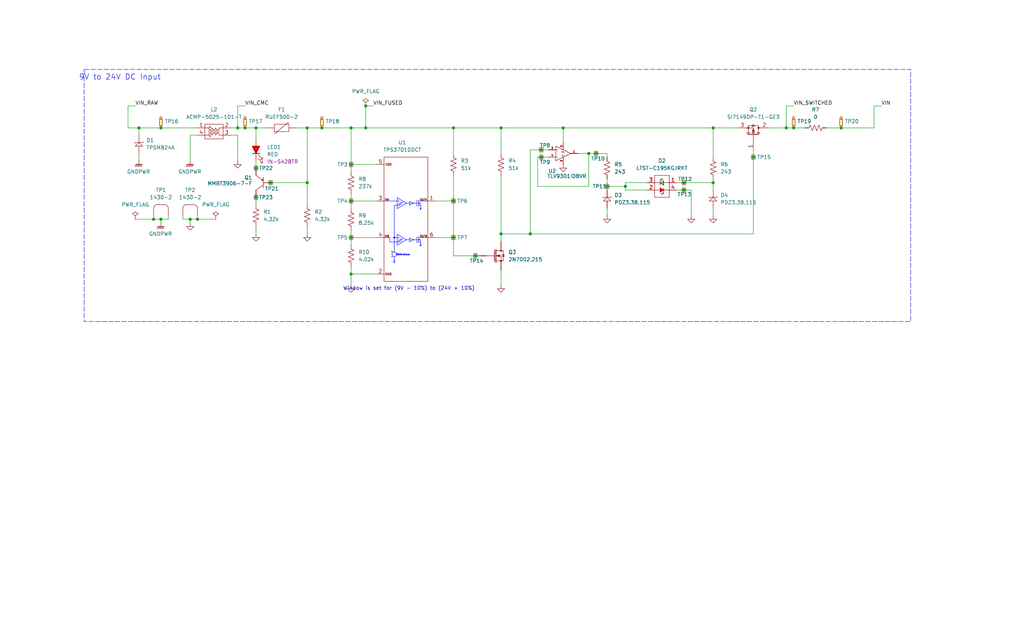
<source format=kicad_sch>
(kicad_sch
	(version 20250114)
	(generator "eeschema")
	(generator_version "9.0")
	(uuid "69d56295-c53d-4caa-bf0c-dee94c8ef5b0")
	(paper "USLegal")
	
	(rectangle
		(start 29.21 24.13)
		(end 316.23 111.76)
		(stroke
			(width 0)
			(type dash)
		)
		(fill
			(type none)
		)
		(uuid 78753373-cae0-43aa-938d-31e49b6d4d65)
	)
	(text "9V to 24V DC Input"
		(exclude_from_sim no)
		(at 41.656 26.924 0)
		(effects
			(font
				(size 1.905 1.905)
			)
		)
		(uuid "1baf4ffe-c326-48f4-8fac-6948814455d2")
	)
	(text "Window is set for (9V - 10%) to (24V + 10%)"
		(exclude_from_sim no)
		(at 141.986 100.33 0)
		(effects
			(font
				(size 1.27 1.27)
			)
		)
		(uuid "98d1e4b6-f14e-4fb2-84cd-5db52062af6d")
	)
	(junction
		(at 121.92 57.15)
		(diameter 0)
		(color 0 0 0 0)
		(uuid "05b9ccce-ba18-4bb9-8381-c75eaa3071c7")
	)
	(junction
		(at 237.49 66.04)
		(diameter 0)
		(color 0 0 0 0)
		(uuid "0f12bc37-10e7-485d-bb50-af25064fcf77")
	)
	(junction
		(at 85.09 44.45)
		(diameter 0)
		(color 0 0 0 0)
		(uuid "1845208b-8796-47b3-b298-bf1579deeed9")
	)
	(junction
		(at 121.92 44.45)
		(diameter 0)
		(color 0 0 0 0)
		(uuid "1a081383-82f4-49d0-beae-c4d31b2306d5")
	)
	(junction
		(at 106.68 63.5)
		(diameter 0)
		(color 0 0 0 0)
		(uuid "1a3fff24-95a5-489d-9e02-50c4ac2bd020")
	)
	(junction
		(at 157.48 44.45)
		(diameter 0)
		(color 0 0 0 0)
		(uuid "1cdf35fb-ce7c-4105-948a-2355d264dc21")
	)
	(junction
		(at 217.17 64.77)
		(diameter 0)
		(color 0 0 0 0)
		(uuid "1e6552ad-1bee-4b0c-bbd8-ad5cf0f38a77")
	)
	(junction
		(at 173.99 81.28)
		(diameter 0)
		(color 0 0 0 0)
		(uuid "1f5b44e1-11c2-4cb2-b10a-e06f4beec76c")
	)
	(junction
		(at 48.26 44.45)
		(diameter 0)
		(color 0 0 0 0)
		(uuid "27a13870-d760-4549-84b3-c63f8e20f72c")
	)
	(junction
		(at 165.1 88.9)
		(diameter 0)
		(color 0 0 0 0)
		(uuid "3210346c-ff22-41d5-a9ce-7065d821a763")
	)
	(junction
		(at 207.01 53.34)
		(diameter 0)
		(color 0 0 0 0)
		(uuid "47f07862-11b7-4a44-b06c-9b4a6003d22e")
	)
	(junction
		(at 275.59 44.45)
		(diameter 0)
		(color 0 0 0 0)
		(uuid "65e342e3-4337-4e04-bfc5-bbb3e2237365")
	)
	(junction
		(at 157.48 82.55)
		(diameter 0)
		(color 0 0 0 0)
		(uuid "68ce7d07-6471-4d6f-b7e5-0c0f6904bfe0")
	)
	(junction
		(at 68.58 76.2)
		(diameter 0)
		(color 0 0 0 0)
		(uuid "6c82a1db-af07-4d3c-aea2-1e49a3154ea9")
	)
	(junction
		(at 237.49 63.5)
		(diameter 0)
		(color 0 0 0 0)
		(uuid "6d842923-4c1d-437a-91ed-0d1860deef42")
	)
	(junction
		(at 292.1 44.45)
		(diameter 0)
		(color 0 0 0 0)
		(uuid "72e40ba0-72a9-4326-8abc-8a577bd444fd")
	)
	(junction
		(at 121.92 95.25)
		(diameter 0)
		(color 0 0 0 0)
		(uuid "79169261-ae16-4071-a7c5-efb34918d0dd")
	)
	(junction
		(at 247.65 44.45)
		(diameter 0)
		(color 0 0 0 0)
		(uuid "7a378be9-1426-447d-8f9a-a209b9a97a07")
	)
	(junction
		(at 195.58 44.45)
		(diameter 0)
		(color 0 0 0 0)
		(uuid "7e322392-0c0b-45d7-b72b-affa2636382d")
	)
	(junction
		(at 210.82 64.77)
		(diameter 0)
		(color 0 0 0 0)
		(uuid "7f44c3b8-ac70-4f00-bec1-bc22e1b3144a")
	)
	(junction
		(at 88.9 68.58)
		(diameter 0)
		(color 0 0 0 0)
		(uuid "8072ab90-586a-43fd-86a6-1193096f101c")
	)
	(junction
		(at 121.92 69.85)
		(diameter 0)
		(color 0 0 0 0)
		(uuid "83ee8d10-584e-4d4c-b866-55d180a7db27")
	)
	(junction
		(at 93.98 63.5)
		(diameter 0)
		(color 0 0 0 0)
		(uuid "89e0256c-2d23-4367-9e48-90041c7cd75e")
	)
	(junction
		(at 88.9 44.45)
		(diameter 0)
		(color 0 0 0 0)
		(uuid "8c39ac8c-3875-4cc0-89c0-46335f254a32")
	)
	(junction
		(at 127 44.45)
		(diameter 0)
		(color 0 0 0 0)
		(uuid "91f77b59-9b8c-4922-a664-72d317a80586")
	)
	(junction
		(at 127 36.83)
		(diameter 0)
		(color 0 0 0 0)
		(uuid "9eb66f7e-49da-47d4-aa4c-574b151a2c30")
	)
	(junction
		(at 55.88 44.45)
		(diameter 0)
		(color 0 0 0 0)
		(uuid "a0efa3eb-c1f7-4281-a6a2-bca23f892926")
	)
	(junction
		(at 111.76 44.45)
		(diameter 0)
		(color 0 0 0 0)
		(uuid "a1f8cea7-e47d-4f68-b5bc-d355499cb262")
	)
	(junction
		(at 121.92 82.55)
		(diameter 0)
		(color 0 0 0 0)
		(uuid "a216f2e9-3384-4815-89ec-7289d50246f5")
	)
	(junction
		(at 273.05 44.45)
		(diameter 0)
		(color 0 0 0 0)
		(uuid "a649e051-01b2-44c3-aeb5-7f6aae830885")
	)
	(junction
		(at 173.99 44.45)
		(diameter 0)
		(color 0 0 0 0)
		(uuid "abcc9fd1-6506-4493-8794-b407456c3f20")
	)
	(junction
		(at 88.9 58.42)
		(diameter 0)
		(color 0 0 0 0)
		(uuid "b12339ca-c4ec-4bd0-bcd5-c13d3d3636eb")
	)
	(junction
		(at 55.88 76.2)
		(diameter 0)
		(color 0 0 0 0)
		(uuid "b279fc63-5fc4-45ca-9c68-1779eaf2ccb4")
	)
	(junction
		(at 184.15 81.28)
		(diameter 0)
		(color 0 0 0 0)
		(uuid "b5e0e76e-18c1-4870-b1e5-9ea1b56469f9")
	)
	(junction
		(at 157.48 69.85)
		(diameter 0)
		(color 0 0 0 0)
		(uuid "bc47b513-673f-4c6c-b13f-315b4d237c43")
	)
	(junction
		(at 82.55 44.45)
		(diameter 0)
		(color 0 0 0 0)
		(uuid "bf2adbe6-e229-4452-9e15-569b9d10abac")
	)
	(junction
		(at 247.65 63.5)
		(diameter 0)
		(color 0 0 0 0)
		(uuid "d76b5ee4-bb42-42c9-af3b-253f5d93ddbe")
	)
	(junction
		(at 204.47 53.34)
		(diameter 0)
		(color 0 0 0 0)
		(uuid "da4bc5a2-12b3-4e01-bfc0-e981ca44ec44")
	)
	(junction
		(at 187.96 52.07)
		(diameter 0)
		(color 0 0 0 0)
		(uuid "da5a8c3c-2ed5-40d7-b2fe-ac55b773a712")
	)
	(junction
		(at 261.62 54.61)
		(diameter 0)
		(color 0 0 0 0)
		(uuid "e26e932b-fa24-4d29-90c7-14f5b84ceb45")
	)
	(junction
		(at 53.34 76.2)
		(diameter 0)
		(color 0 0 0 0)
		(uuid "e33563eb-3f1d-4491-9e65-1e86fc41676b")
	)
	(junction
		(at 187.96 54.61)
		(diameter 0)
		(color 0 0 0 0)
		(uuid "e62ba7c6-8f46-4845-978a-852caedfb3cd")
	)
	(junction
		(at 106.68 44.45)
		(diameter 0)
		(color 0 0 0 0)
		(uuid "ebe0068e-4e9a-47fc-a675-9e13c9efdcc4")
	)
	(junction
		(at 66.04 76.2)
		(diameter 0)
		(color 0 0 0 0)
		(uuid "eef63ef8-a95d-4148-889f-5ebe65cc0dea")
	)
	(wire
		(pts
			(xy 303.53 36.83) (xy 303.53 44.45)
		)
		(stroke
			(width 0)
			(type default)
		)
		(uuid "002c959e-8396-49b3-8431-178cf659e029")
	)
	(wire
		(pts
			(xy 173.99 81.28) (xy 173.99 83.82)
		)
		(stroke
			(width 0)
			(type default)
		)
		(uuid "014446c7-5909-4d68-a5b6-7db0feb2f96d")
	)
	(wire
		(pts
			(xy 217.17 63.5) (xy 224.79 63.5)
		)
		(stroke
			(width 0)
			(type default)
		)
		(uuid "03b8d357-9d60-4618-a778-e91c26dd7d2a")
	)
	(wire
		(pts
			(xy 121.92 80.01) (xy 121.92 82.55)
		)
		(stroke
			(width 0)
			(type default)
		)
		(uuid "054e9d48-03e3-4c33-abe9-77820f37f063")
	)
	(wire
		(pts
			(xy 210.82 62.23) (xy 210.82 64.77)
		)
		(stroke
			(width 0)
			(type default)
		)
		(uuid "0673ef60-8441-4bc8-91bb-91aff0d47da3")
	)
	(wire
		(pts
			(xy 157.48 44.45) (xy 173.99 44.45)
		)
		(stroke
			(width 0)
			(type default)
		)
		(uuid "0baa4198-a409-4c09-9bab-855014d94c48")
	)
	(wire
		(pts
			(xy 55.88 76.2) (xy 55.88 77.47)
		)
		(stroke
			(width 0)
			(type default)
		)
		(uuid "0bb9416c-490d-42dc-a791-9d80b8d8a7d1")
	)
	(wire
		(pts
			(xy 157.48 69.85) (xy 157.48 82.55)
		)
		(stroke
			(width 0)
			(type default)
		)
		(uuid "0d394333-0966-48ed-9660-8ca07e8f8000")
	)
	(wire
		(pts
			(xy 66.04 46.99) (xy 68.58 46.99)
		)
		(stroke
			(width 0)
			(type default)
		)
		(uuid "0db31b56-f592-4a40-8502-375ef0673ca8")
	)
	(wire
		(pts
			(xy 121.92 57.15) (xy 121.92 59.69)
		)
		(stroke
			(width 0)
			(type default)
		)
		(uuid "16ed1334-532f-4742-8ff4-7d77e89dbc47")
	)
	(wire
		(pts
			(xy 210.82 64.77) (xy 210.82 66.04)
		)
		(stroke
			(width 0)
			(type default)
		)
		(uuid "1ca675c2-a632-4e8d-bcf1-26ca270541df")
	)
	(wire
		(pts
			(xy 44.45 36.83) (xy 44.45 44.45)
		)
		(stroke
			(width 0)
			(type default)
		)
		(uuid "1f1519ca-cafa-4448-b810-99b585b604df")
	)
	(wire
		(pts
			(xy 210.82 72.39) (xy 210.82 74.93)
		)
		(stroke
			(width 0)
			(type default)
		)
		(uuid "1f44c5d4-c02e-41b0-af72-12e39c3c6447")
	)
	(wire
		(pts
			(xy 66.04 76.2) (xy 68.58 76.2)
		)
		(stroke
			(width 0)
			(type default)
		)
		(uuid "228f18c2-3aa6-4250-8413-12ca437da99e")
	)
	(wire
		(pts
			(xy 210.82 64.77) (xy 217.17 64.77)
		)
		(stroke
			(width 0)
			(type default)
		)
		(uuid "22a73697-2c6f-4e1f-9e6e-a039fa5d8696")
	)
	(wire
		(pts
			(xy 173.99 44.45) (xy 173.99 53.34)
		)
		(stroke
			(width 0)
			(type default)
		)
		(uuid "256783de-d1c8-424e-8989-49645dc0d9e0")
	)
	(wire
		(pts
			(xy 190.5 54.61) (xy 187.96 54.61)
		)
		(stroke
			(width 0)
			(type default)
		)
		(uuid "2c2ce318-64e8-407d-a940-5cd854d45c35")
	)
	(wire
		(pts
			(xy 55.88 76.2) (xy 58.42 76.2)
		)
		(stroke
			(width 0)
			(type default)
		)
		(uuid "2e32b9e3-5637-4f80-ba6e-1d1915183741")
	)
	(wire
		(pts
			(xy 303.53 36.83) (xy 306.07 36.83)
		)
		(stroke
			(width 0)
			(type default)
		)
		(uuid "2ed4ac64-bbfb-4050-abf7-02104fdafc45")
	)
	(wire
		(pts
			(xy 186.69 64.77) (xy 204.47 64.77)
		)
		(stroke
			(width 0)
			(type default)
		)
		(uuid "34bc2421-b6e3-4f0c-ab56-582cc1a9cf50")
	)
	(wire
		(pts
			(xy 106.68 44.45) (xy 106.68 63.5)
		)
		(stroke
			(width 0)
			(type default)
		)
		(uuid "35828a80-3bac-4ecc-ac32-fad77b1f75e7")
	)
	(wire
		(pts
			(xy 151.13 82.55) (xy 157.48 82.55)
		)
		(stroke
			(width 0)
			(type default)
		)
		(uuid "3834e05f-55cd-486e-8806-c9dfb3289f0f")
	)
	(wire
		(pts
			(xy 187.96 54.61) (xy 186.69 54.61)
		)
		(stroke
			(width 0)
			(type default)
		)
		(uuid "38e5d247-6a20-4f58-b7f7-b6927b6b6524")
	)
	(wire
		(pts
			(xy 273.05 44.45) (xy 275.59 44.45)
		)
		(stroke
			(width 0)
			(type default)
		)
		(uuid "3e2fbca5-9cb5-4e61-96da-27e8451468da")
	)
	(wire
		(pts
			(xy 266.7 44.45) (xy 273.05 44.45)
		)
		(stroke
			(width 0)
			(type default)
		)
		(uuid "412dece0-55e9-418d-8744-43e011a7fc21")
	)
	(wire
		(pts
			(xy 234.95 66.04) (xy 237.49 66.04)
		)
		(stroke
			(width 0)
			(type default)
		)
		(uuid "430722db-a661-49d3-b071-533dee84c76c")
	)
	(wire
		(pts
			(xy 53.34 76.2) (xy 55.88 76.2)
		)
		(stroke
			(width 0)
			(type default)
		)
		(uuid "4548ce76-8882-4b6b-9df5-f8abda35f4a0")
	)
	(wire
		(pts
			(xy 157.48 88.9) (xy 157.48 82.55)
		)
		(stroke
			(width 0)
			(type default)
		)
		(uuid "49901cd8-9bd9-4ce2-abf9-56fa512cd972")
	)
	(wire
		(pts
			(xy 88.9 78.74) (xy 88.9 81.28)
		)
		(stroke
			(width 0)
			(type default)
		)
		(uuid "4a6ed8db-d2e1-4079-8177-558cc2d1f68d")
	)
	(wire
		(pts
			(xy 275.59 44.45) (xy 279.4 44.45)
		)
		(stroke
			(width 0)
			(type default)
		)
		(uuid "4dd40030-674a-4597-8002-6ce3df889ed8")
	)
	(wire
		(pts
			(xy 240.03 66.04) (xy 240.03 74.93)
		)
		(stroke
			(width 0)
			(type default)
		)
		(uuid "4f8caefe-8e39-40e6-a829-21ba985161d2")
	)
	(wire
		(pts
			(xy 82.55 36.83) (xy 82.55 44.45)
		)
		(stroke
			(width 0)
			(type default)
		)
		(uuid "51d05431-6983-4448-b62b-b0eea959e22b")
	)
	(wire
		(pts
			(xy 173.99 60.96) (xy 173.99 81.28)
		)
		(stroke
			(width 0)
			(type default)
		)
		(uuid "5aca8304-a27f-4b84-a935-5c4c7ebd90d7")
	)
	(wire
		(pts
			(xy 247.65 54.61) (xy 247.65 44.45)
		)
		(stroke
			(width 0)
			(type default)
		)
		(uuid "5acfef03-db48-42ff-826b-b866ebdf7988")
	)
	(wire
		(pts
			(xy 48.26 44.45) (xy 44.45 44.45)
		)
		(stroke
			(width 0)
			(type default)
		)
		(uuid "5bf54d62-2137-47b0-b1e5-6a6e87597bbd")
	)
	(wire
		(pts
			(xy 303.53 44.45) (xy 292.1 44.45)
		)
		(stroke
			(width 0)
			(type default)
		)
		(uuid "5c1b7230-91f7-4abb-9ca2-957be22f8ca1")
	)
	(wire
		(pts
			(xy 165.1 88.9) (xy 166.37 88.9)
		)
		(stroke
			(width 0)
			(type default)
		)
		(uuid "602ab1e4-a952-474c-8763-63c304ac5a0b")
	)
	(wire
		(pts
			(xy 93.98 63.5) (xy 106.68 63.5)
		)
		(stroke
			(width 0)
			(type default)
		)
		(uuid "60481ca8-7d42-41dc-8192-010dae229fc2")
	)
	(wire
		(pts
			(xy 130.81 57.15) (xy 121.92 57.15)
		)
		(stroke
			(width 0)
			(type default)
		)
		(uuid "655a6a41-1822-4474-b721-9e8e95802e03")
	)
	(wire
		(pts
			(xy 204.47 64.77) (xy 204.47 53.34)
		)
		(stroke
			(width 0)
			(type default)
		)
		(uuid "672e1f3e-afc4-4bcf-9a4b-52ff50489f6c")
	)
	(wire
		(pts
			(xy 85.09 44.45) (xy 88.9 44.45)
		)
		(stroke
			(width 0)
			(type default)
		)
		(uuid "69b6747e-bd41-4bae-b5c0-e5826249069b")
	)
	(wire
		(pts
			(xy 157.48 44.45) (xy 157.48 53.34)
		)
		(stroke
			(width 0)
			(type default)
		)
		(uuid "6a885011-98fd-408f-9a31-a6ea0ed841e2")
	)
	(wire
		(pts
			(xy 66.04 55.88) (xy 66.04 46.99)
		)
		(stroke
			(width 0)
			(type default)
		)
		(uuid "6c5f48ff-fa1d-4668-8ed6-9c74f4319463")
	)
	(wire
		(pts
			(xy 224.79 66.04) (xy 217.17 66.04)
		)
		(stroke
			(width 0)
			(type default)
		)
		(uuid "6de5b72a-e7c1-46a8-948a-d93a66de6dea")
	)
	(wire
		(pts
			(xy 88.9 68.58) (xy 88.9 71.12)
		)
		(stroke
			(width 0)
			(type default)
		)
		(uuid "6f75a433-a9dc-4d93-8594-8bad33767f8a")
	)
	(wire
		(pts
			(xy 106.68 78.74) (xy 106.68 81.28)
		)
		(stroke
			(width 0)
			(type default)
		)
		(uuid "734a8400-4517-4fb6-b6c8-a355a417572b")
	)
	(wire
		(pts
			(xy 121.92 67.31) (xy 121.92 69.85)
		)
		(stroke
			(width 0)
			(type default)
		)
		(uuid "76c6fd36-63c5-46e0-b3ff-c0468fb722be")
	)
	(wire
		(pts
			(xy 186.69 54.61) (xy 186.69 64.77)
		)
		(stroke
			(width 0)
			(type default)
		)
		(uuid "7a3386fe-b3fe-4983-bce0-db6887582bc3")
	)
	(wire
		(pts
			(xy 247.65 44.45) (xy 256.54 44.45)
		)
		(stroke
			(width 0)
			(type default)
		)
		(uuid "7e8c564b-0aed-46be-89ff-0ce854ce22a2")
	)
	(wire
		(pts
			(xy 217.17 63.5) (xy 217.17 64.77)
		)
		(stroke
			(width 0)
			(type default)
		)
		(uuid "7ec7e81e-cb79-45fc-9256-6e0ced19921b")
	)
	(wire
		(pts
			(xy 247.65 63.5) (xy 247.65 66.04)
		)
		(stroke
			(width 0)
			(type default)
		)
		(uuid "80971b2d-f9fe-49dc-9f38-79973aa8255b")
	)
	(wire
		(pts
			(xy 68.58 74.93) (xy 68.58 76.2)
		)
		(stroke
			(width 0)
			(type default)
		)
		(uuid "80ee0ebd-0c61-41fa-8b6b-b6443550ad95")
	)
	(wire
		(pts
			(xy 151.13 69.85) (xy 157.48 69.85)
		)
		(stroke
			(width 0)
			(type default)
		)
		(uuid "818bc214-20ac-484d-b967-a600953a1472")
	)
	(wire
		(pts
			(xy 82.55 46.99) (xy 80.01 46.99)
		)
		(stroke
			(width 0)
			(type default)
		)
		(uuid "84eb5906-854f-4196-a874-a30dfccc18fe")
	)
	(wire
		(pts
			(xy 195.58 44.45) (xy 195.58 49.53)
		)
		(stroke
			(width 0)
			(type default)
		)
		(uuid "887fa66e-b6e7-4aea-af32-2293e3c54f27")
	)
	(wire
		(pts
			(xy 237.49 66.04) (xy 240.03 66.04)
		)
		(stroke
			(width 0)
			(type default)
		)
		(uuid "88d83696-1d3a-47dc-898e-c2611795dfcd")
	)
	(wire
		(pts
			(xy 157.48 88.9) (xy 165.1 88.9)
		)
		(stroke
			(width 0)
			(type default)
		)
		(uuid "88f8870b-8f43-4b0a-84b6-c09f43b66578")
	)
	(wire
		(pts
			(xy 121.92 95.25) (xy 130.81 95.25)
		)
		(stroke
			(width 0)
			(type default)
		)
		(uuid "88fdb5e4-2409-4406-886a-d6bec4c4483e")
	)
	(wire
		(pts
			(xy 121.92 92.71) (xy 121.92 95.25)
		)
		(stroke
			(width 0)
			(type default)
		)
		(uuid "8961bfa8-633e-4c81-a670-a6fcd7d7e236")
	)
	(wire
		(pts
			(xy 46.99 76.2) (xy 53.34 76.2)
		)
		(stroke
			(width 0)
			(type default)
		)
		(uuid "8a25e20a-c21d-4d9b-bd35-c0aac9c99672")
	)
	(wire
		(pts
			(xy 88.9 44.45) (xy 88.9 48.26)
		)
		(stroke
			(width 0)
			(type default)
		)
		(uuid "8dd7953e-4916-467d-bfc4-b9e45d940812")
	)
	(wire
		(pts
			(xy 247.65 62.23) (xy 247.65 63.5)
		)
		(stroke
			(width 0)
			(type default)
		)
		(uuid "8e1348cc-c17d-48b8-ab85-b3ff31caae85")
	)
	(wire
		(pts
			(xy 261.62 52.07) (xy 261.62 54.61)
		)
		(stroke
			(width 0)
			(type default)
		)
		(uuid "952c3e1d-f2f4-46a7-a9b6-851771a5d8ab")
	)
	(wire
		(pts
			(xy 121.92 69.85) (xy 130.81 69.85)
		)
		(stroke
			(width 0)
			(type default)
		)
		(uuid "9b4b72cd-f4b8-4f17-9431-9ed72d3b2338")
	)
	(wire
		(pts
			(xy 200.66 53.34) (xy 204.47 53.34)
		)
		(stroke
			(width 0)
			(type default)
		)
		(uuid "9ba80e13-a1a1-4cfc-8333-18939e593241")
	)
	(wire
		(pts
			(xy 173.99 81.28) (xy 184.15 81.28)
		)
		(stroke
			(width 0)
			(type default)
		)
		(uuid "9da4acdf-c047-46c7-aaa1-26a18c0f934d")
	)
	(wire
		(pts
			(xy 207.01 53.34) (xy 210.82 53.34)
		)
		(stroke
			(width 0)
			(type default)
		)
		(uuid "9e492d3f-eca0-4baf-810a-a74cee239d4a")
	)
	(wire
		(pts
			(xy 80.01 44.45) (xy 82.55 44.45)
		)
		(stroke
			(width 0)
			(type default)
		)
		(uuid "a180a8f8-8bd3-4534-ba12-4f338e3c67c6")
	)
	(wire
		(pts
			(xy 234.95 63.5) (xy 237.49 63.5)
		)
		(stroke
			(width 0)
			(type default)
		)
		(uuid "a624c945-fc41-4a91-a271-84d7917cded7")
	)
	(wire
		(pts
			(xy 88.9 44.45) (xy 92.71 44.45)
		)
		(stroke
			(width 0)
			(type default)
		)
		(uuid "a718ec27-3a59-40a9-b234-965cbb39df3b")
	)
	(wire
		(pts
			(xy 184.15 52.07) (xy 184.15 81.28)
		)
		(stroke
			(width 0)
			(type default)
		)
		(uuid "aab663fa-9b9e-4458-b7af-04f2928fabcb")
	)
	(wire
		(pts
			(xy 58.42 74.93) (xy 58.42 76.2)
		)
		(stroke
			(width 0)
			(type default)
		)
		(uuid "ac6ac3a6-85bb-4454-b368-29739bf5bebc")
	)
	(wire
		(pts
			(xy 127 44.45) (xy 157.48 44.45)
		)
		(stroke
			(width 0)
			(type default)
		)
		(uuid "ace39af4-feb0-4f53-bf45-7c1f12224c3a")
	)
	(wire
		(pts
			(xy 121.92 82.55) (xy 121.92 85.09)
		)
		(stroke
			(width 0)
			(type default)
		)
		(uuid "ace3db17-b088-4a76-9078-b6d11012da4b")
	)
	(wire
		(pts
			(xy 82.55 55.88) (xy 82.55 46.99)
		)
		(stroke
			(width 0)
			(type default)
		)
		(uuid "ad4093d7-428f-4e1c-b4ad-3608c105f0d1")
	)
	(wire
		(pts
			(xy 63.5 76.2) (xy 66.04 76.2)
		)
		(stroke
			(width 0)
			(type default)
		)
		(uuid "afb901d2-b003-434f-a865-8a616f44fd2c")
	)
	(wire
		(pts
			(xy 111.76 44.45) (xy 121.92 44.45)
		)
		(stroke
			(width 0)
			(type default)
		)
		(uuid "b1ee2af7-88d7-4c8f-8975-a1b678bdb9be")
	)
	(wire
		(pts
			(xy 204.47 53.34) (xy 207.01 53.34)
		)
		(stroke
			(width 0)
			(type default)
		)
		(uuid "b52c9195-7f29-4319-bece-bd73307bef87")
	)
	(wire
		(pts
			(xy 121.92 95.25) (xy 121.92 99.06)
		)
		(stroke
			(width 0)
			(type default)
		)
		(uuid "b5c1a46d-4714-41ab-9e99-1e43322b96f1")
	)
	(wire
		(pts
			(xy 66.04 76.2) (xy 66.04 77.47)
		)
		(stroke
			(width 0)
			(type default)
		)
		(uuid "b895e0cd-98c0-473d-b3df-75fe17e65054")
	)
	(wire
		(pts
			(xy 88.9 55.88) (xy 88.9 58.42)
		)
		(stroke
			(width 0)
			(type default)
		)
		(uuid "ba41b6cf-8ef5-4686-a1bd-4d691a5be601")
	)
	(wire
		(pts
			(xy 48.26 53.34) (xy 48.26 55.88)
		)
		(stroke
			(width 0)
			(type default)
		)
		(uuid "bd98839f-93c1-46c3-94b0-28ae2668bf17")
	)
	(wire
		(pts
			(xy 102.87 44.45) (xy 106.68 44.45)
		)
		(stroke
			(width 0)
			(type default)
		)
		(uuid "c2930620-71f6-4fd3-82c8-776463db8757")
	)
	(wire
		(pts
			(xy 237.49 63.5) (xy 247.65 63.5)
		)
		(stroke
			(width 0)
			(type default)
		)
		(uuid "c6a48b88-e973-45d9-ab08-d0d6715e60c1")
	)
	(wire
		(pts
			(xy 121.92 82.55) (xy 130.81 82.55)
		)
		(stroke
			(width 0)
			(type default)
		)
		(uuid "c6c08b9b-ed06-4ba1-8422-04d89769a562")
	)
	(wire
		(pts
			(xy 173.99 93.98) (xy 173.99 99.06)
		)
		(stroke
			(width 0)
			(type default)
		)
		(uuid "c7c7dbb1-baca-412d-864b-c2665dfebf89")
	)
	(wire
		(pts
			(xy 157.48 60.96) (xy 157.48 69.85)
		)
		(stroke
			(width 0)
			(type default)
		)
		(uuid "c814cc8a-28cd-45df-bca0-f46bb0642ce0")
	)
	(wire
		(pts
			(xy 261.62 54.61) (xy 261.62 81.28)
		)
		(stroke
			(width 0)
			(type default)
		)
		(uuid "c8e4651d-e979-44fb-8013-cd669bb48d49")
	)
	(wire
		(pts
			(xy 106.68 44.45) (xy 111.76 44.45)
		)
		(stroke
			(width 0)
			(type default)
		)
		(uuid "ca14d50a-b274-4aba-8ff1-8301e0d10714")
	)
	(wire
		(pts
			(xy 121.92 44.45) (xy 121.92 57.15)
		)
		(stroke
			(width 0)
			(type default)
		)
		(uuid "cf3adb38-3b9d-40b4-852e-71a4f80571d3")
	)
	(wire
		(pts
			(xy 63.5 74.93) (xy 63.5 76.2)
		)
		(stroke
			(width 0)
			(type default)
		)
		(uuid "cf7514e1-b63b-423b-b5ab-c2adaee2d6c3")
	)
	(wire
		(pts
			(xy 173.99 44.45) (xy 195.58 44.45)
		)
		(stroke
			(width 0)
			(type default)
		)
		(uuid "d0a8cbe3-b938-45aa-b495-857579e59b03")
	)
	(wire
		(pts
			(xy 195.58 44.45) (xy 247.65 44.45)
		)
		(stroke
			(width 0)
			(type default)
		)
		(uuid "d1330986-4973-4866-b6ec-a13868bc973f")
	)
	(wire
		(pts
			(xy 273.05 36.83) (xy 273.05 44.45)
		)
		(stroke
			(width 0)
			(type default)
		)
		(uuid "d75ac124-439a-4708-825b-7838d820e65c")
	)
	(wire
		(pts
			(xy 275.59 36.83) (xy 273.05 36.83)
		)
		(stroke
			(width 0)
			(type default)
		)
		(uuid "dc15c8c4-3df4-43f2-8556-515a456f222e")
	)
	(wire
		(pts
			(xy 217.17 64.77) (xy 217.17 66.04)
		)
		(stroke
			(width 0)
			(type default)
		)
		(uuid "dc7d2e17-bfcd-489a-a06b-166c2fe08329")
	)
	(wire
		(pts
			(xy 121.92 44.45) (xy 127 44.45)
		)
		(stroke
			(width 0)
			(type default)
		)
		(uuid "de7c8ece-fb6e-4e76-8753-322ed38e66b7")
	)
	(wire
		(pts
			(xy 48.26 44.45) (xy 48.26 46.99)
		)
		(stroke
			(width 0)
			(type default)
		)
		(uuid "df44993b-e5aa-4b45-a152-812bdb41c7bb")
	)
	(wire
		(pts
			(xy 106.68 63.5) (xy 106.68 71.12)
		)
		(stroke
			(width 0)
			(type default)
		)
		(uuid "e0580526-2b03-4e06-a3b6-cc2a383b9309")
	)
	(wire
		(pts
			(xy 184.15 81.28) (xy 261.62 81.28)
		)
		(stroke
			(width 0)
			(type default)
		)
		(uuid "e0689b5c-7b98-4e4f-b6db-fcfee49241ce")
	)
	(wire
		(pts
			(xy 129.54 36.83) (xy 127 36.83)
		)
		(stroke
			(width 0)
			(type default)
		)
		(uuid "e5188edc-1ce4-4f58-88f1-ee0f9b0b8401")
	)
	(wire
		(pts
			(xy 85.09 36.83) (xy 82.55 36.83)
		)
		(stroke
			(width 0)
			(type default)
		)
		(uuid "e96ed335-819a-4dd1-90bd-da903b2c6155")
	)
	(wire
		(pts
			(xy 210.82 54.61) (xy 210.82 53.34)
		)
		(stroke
			(width 0)
			(type default)
		)
		(uuid "ebe03774-026c-4177-8bc0-3d4721a463ce")
	)
	(wire
		(pts
			(xy 184.15 52.07) (xy 187.96 52.07)
		)
		(stroke
			(width 0)
			(type default)
		)
		(uuid "ec795578-4e5b-49d5-8da4-5cd743d91f41")
	)
	(wire
		(pts
			(xy 127 36.83) (xy 127 44.45)
		)
		(stroke
			(width 0)
			(type default)
		)
		(uuid "ef65cf5c-d40f-43c0-a350-fdb7fa11d3e3")
	)
	(wire
		(pts
			(xy 287.02 44.45) (xy 292.1 44.45)
		)
		(stroke
			(width 0)
			(type default)
		)
		(uuid "f0507558-fdb8-414d-971e-434dbd55f2fa")
	)
	(wire
		(pts
			(xy 46.99 36.83) (xy 44.45 36.83)
		)
		(stroke
			(width 0)
			(type default)
		)
		(uuid "f44cedaf-98eb-4589-9063-143ac24e8caf")
	)
	(wire
		(pts
			(xy 121.92 69.85) (xy 121.92 72.39)
		)
		(stroke
			(width 0)
			(type default)
		)
		(uuid "f562fe74-0a0f-46a1-b0a3-43d436384bac")
	)
	(wire
		(pts
			(xy 82.55 44.45) (xy 85.09 44.45)
		)
		(stroke
			(width 0)
			(type default)
		)
		(uuid "f6859164-9eb4-4756-81a8-1a94cacd9d77")
	)
	(wire
		(pts
			(xy 187.96 52.07) (xy 190.5 52.07)
		)
		(stroke
			(width 0)
			(type default)
		)
		(uuid "f813a452-1307-412c-8ec8-879774ae97cd")
	)
	(wire
		(pts
			(xy 48.26 44.45) (xy 55.88 44.45)
		)
		(stroke
			(width 0)
			(type default)
		)
		(uuid "fad712c3-740f-4082-9098-3043baba32fe")
	)
	(wire
		(pts
			(xy 247.65 72.39) (xy 247.65 74.93)
		)
		(stroke
			(width 0)
			(type default)
		)
		(uuid "fb616cde-c2da-45fc-8fd4-72a94135d70f")
	)
	(wire
		(pts
			(xy 53.34 74.93) (xy 53.34 76.2)
		)
		(stroke
			(width 0)
			(type default)
		)
		(uuid "fba290e8-b8ed-4596-982d-ebc2203dead9")
	)
	(wire
		(pts
			(xy 68.58 76.2) (xy 74.93 76.2)
		)
		(stroke
			(width 0)
			(type default)
		)
		(uuid "fbd5458b-1ffc-45cc-a0c7-6fc0d050f806")
	)
	(wire
		(pts
			(xy 55.88 44.45) (xy 68.58 44.45)
		)
		(stroke
			(width 0)
			(type default)
		)
		(uuid "fd4bf903-1bb4-493e-9517-236bc26a8405")
	)
	(label "VIN_RAW"
		(at 46.99 36.83 0)
		(effects
			(font
				(size 1.27 1.27)
			)
			(justify left bottom)
		)
		(uuid "749cfe39-ae2d-44aa-8e6b-b146f3e2914f")
	)
	(label "VIN_SWITCHED"
		(at 275.59 36.83 0)
		(effects
			(font
				(size 1.27 1.27)
			)
			(justify left bottom)
		)
		(uuid "76c60d72-b787-42b7-a9cc-ac647d892e4b")
	)
	(label "VIN"
		(at 306.07 36.83 0)
		(effects
			(font
				(size 1.27 1.27)
			)
			(justify left bottom)
		)
		(uuid "9dcaaa88-c785-41d7-8dc4-cac46c74b189")
	)
	(label "VIN_CMC"
		(at 85.09 36.83 0)
		(effects
			(font
				(size 1.27 1.27)
			)
			(justify left bottom)
		)
		(uuid "b81fcf07-200e-4f3a-852f-cc984ffe88e5")
	)
	(label "VIN_FUSED"
		(at 129.54 36.83 0)
		(effects
			(font
				(size 1.27 1.27)
			)
			(justify left bottom)
		)
		(uuid "c1d3216c-476f-46fc-82aa-0db0b353d165")
	)
	(symbol
		(lib_id "DDCEE:TP_5004_YELLOW")
		(at 292.1 44.45 0)
		(unit 1)
		(exclude_from_sim no)
		(in_bom yes)
		(on_board yes)
		(dnp no)
		(fields_autoplaced yes)
		(uuid "00a88ce9-a583-43d1-b8eb-3dfefd4739de")
		(property "Reference" "TP"
			(at 293.37 42.1748 0)
			(effects
				(font
					(size 1.27 1.27)
				)
				(justify left)
			)
		)
		(property "Value" "TEST POINT"
			(at 300.99 50.292 0)
			(effects
				(font
					(size 1.27 1.27)
				)
				(hide yes)
			)
		)
		(property "Footprint" ""
			(at 289.56 31.75 0)
			(effects
				(font
					(size 1.27 1.27)
				)
				(hide yes)
			)
		)
		(property "Datasheet" "https://www.keyelco.com/userAssets/file/M65p56.pdf"
			(at 289.56 31.75 0)
			(effects
				(font
					(size 1.27 1.27)
				)
				(hide yes)
			)
		)
		(property "Description" "PC TEST POINT MINIATURE YELLOW"
			(at 292.1 32.512 0)
			(effects
				(font
					(size 1.27 1.27)
				)
				(hide yes)
			)
		)
		(property "Detailed Description" "Yellow PC Test Point, Miniature Phosphor Bronze Silver Plating Through Hole Mounting Type"
			(at 289.56 31.75 0)
			(effects
				(font
					(size 1.27 1.27)
				)
				(hide yes)
			)
		)
		(property "Manufacturer" "Keystone Electronics"
			(at 256.54 39.37 0)
			(effects
				(font
					(size 1.27 1.27)
				)
				(hide yes)
			)
		)
		(property "Manufacturer PN" "5004"
			(at 258.064 42.418 0)
			(effects
				(font
					(size 1.27 1.27)
				)
				(hide yes)
			)
		)
		(property "Supplier 1" "Digikey"
			(at 254 36.83 0)
			(effects
				(font
					(size 1.27 1.27)
				)
				(hide yes)
			)
		)
		(property "Supplier 1 PN" "36-5004-ND"
			(at 259.334 48.006 0)
			(effects
				(font
					(size 1.27 1.27)
				)
				(hide yes)
			)
		)
		(property "Supplier 1 Link" "https://www.digikey.com/en/products/detail/keystone-electronics/5004/362669"
			(at 289.56 31.75 0)
			(effects
				(font
					(size 1.27 1.27)
				)
				(hide yes)
			)
		)
		(property "Supplier 2" ""
			(at 292.1 44.45 0)
			(effects
				(font
					(size 1.27 1.27)
				)
				(hide yes)
			)
		)
		(property "Supplier 2 PN" ""
			(at 292.1 44.45 0)
			(effects
				(font
					(size 1.27 1.27)
				)
				(hide yes)
			)
		)
		(property "Supplier 2 Link" ""
			(at 292.1 44.45 0)
			(effects
				(font
					(size 1.27 1.27)
				)
				(hide yes)
			)
		)
		(property "Supplier 3" ""
			(at 292.1 44.45 0)
			(effects
				(font
					(size 1.27 1.27)
				)
				(hide yes)
			)
		)
		(property "Supplier 3 PN" ""
			(at 292.1 44.45 0)
			(effects
				(font
					(size 1.27 1.27)
				)
				(hide yes)
			)
		)
		(property "Supplier 3 Link" ""
			(at 292.1 44.45 0)
			(effects
				(font
					(size 1.27 1.27)
				)
				(hide yes)
			)
		)
		(property "Assembly Instructions" ""
			(at 292.1 44.45 0)
			(effects
				(font
					(size 1.27 1.27)
				)
				(hide yes)
			)
		)
		(property "Alternate Manufacturer 1" ""
			(at 292.1 44.45 0)
			(effects
				(font
					(size 1.27 1.27)
				)
				(hide yes)
			)
		)
		(property "Alternate Manufacturer 1 PN" ""
			(at 292.1 44.45 0)
			(effects
				(font
					(size 1.27 1.27)
				)
				(hide yes)
			)
		)
		(property "Alternate Manufacturer 2" ""
			(at 292.1 44.45 0)
			(effects
				(font
					(size 1.27 1.27)
				)
				(hide yes)
			)
		)
		(property "Alternate Manufacturer 2 PN" ""
			(at 292.1 44.45 0)
			(effects
				(font
					(size 1.27 1.27)
				)
				(hide yes)
			)
		)
		(pin "1"
			(uuid "5b14c059-d402-4842-9471-874c18a2e18b")
		)
		(instances
			(project "block development"
				(path "/6195176a-a445-4836-835e-182c1e9caf0a"
					(reference "TP20")
					(unit 1)
				)
			)
		)
	)
	(symbol
		(lib_id "DDCEE:TP_2P_Keystone_1430-2")
		(at 53.34 74.93 0)
		(unit 1)
		(exclude_from_sim no)
		(in_bom yes)
		(on_board yes)
		(dnp no)
		(fields_autoplaced yes)
		(uuid "01671ec9-8fee-4430-b82e-7ddb98a6b754")
		(property "Reference" "TP"
			(at 55.88 66.04 0)
			(effects
				(font
					(size 1.27 1.27)
				)
			)
		)
		(property "Value" "1430-2"
			(at 55.88 68.58 0)
			(effects
				(font
					(size 1.27 1.27)
				)
			)
		)
		(property "Footprint" "DDCEE:TP_2P_Keystone_1430-2"
			(at 54.102 85.598 0)
			(effects
				(font
					(size 1.27 1.27)
				)
				(hide yes)
			)
		)
		(property "Datasheet" "https://www.keyelco.com/userAssets/file/M65p105.pdf"
			(at 61.976 61.976 0)
			(effects
				(font
					(size 1.27 1.27)
				)
				(hide yes)
			)
		)
		(property "Description" "PIN SHORTING .040\"DIA"
			(at 51.054 63.754 0)
			(effects
				(font
					(size 1.27 1.27)
				)
				(hide yes)
			)
		)
		(property "Detailed Description" "2 (1 x 2) Position Shunt Connector Non-Insulated 0.250\" (6.40mm) Gold"
			(at 69.088 67.818 0)
			(effects
				(font
					(size 1.27 1.27)
				)
				(hide yes)
			)
		)
		(property "Manufacturer" "Keystone Electronics"
			(at 49.276 59.944 0)
			(effects
				(font
					(size 1.27 1.27)
				)
				(hide yes)
			)
		)
		(property "Manufacturer PN" "1430-2"
			(at 60.706 59.944 0)
			(effects
				(font
					(size 1.27 1.27)
				)
				(hide yes)
			)
		)
		(property "Supplier 1" "DigiKey"
			(at 43.942 65.532 0)
			(effects
				(font
					(size 1.27 1.27)
				)
				(hide yes)
			)
		)
		(property "Supplier 1 PN" "36-1430-2-ND"
			(at 117.602 65.532 0)
			(effects
				(font
					(size 1.27 1.27)
				)
				(hide yes)
			)
		)
		(property "Supplier 1 Link" "https://www.digikey.com/en/products/detail/keystone-electronics/1430-2/2746418"
			(at 79.248 65.532 0)
			(effects
				(font
					(size 1.27 1.27)
				)
				(hide yes)
			)
		)
		(property "Supplier 2" ""
			(at 53.34 74.93 0)
			(effects
				(font
					(size 1.27 1.27)
				)
				(hide yes)
			)
		)
		(property "Supplier 2 PN" ""
			(at 53.34 74.93 0)
			(effects
				(font
					(size 1.27 1.27)
				)
				(hide yes)
			)
		)
		(property "Supplier 2 Link" ""
			(at 53.34 74.93 0)
			(effects
				(font
					(size 1.27 1.27)
				)
				(hide yes)
			)
		)
		(property "Supplier 3" ""
			(at 53.34 74.93 0)
			(effects
				(font
					(size 1.27 1.27)
				)
				(hide yes)
			)
		)
		(property "Supplier 3 PN" ""
			(at 53.34 74.93 0)
			(effects
				(font
					(size 1.27 1.27)
				)
				(hide yes)
			)
		)
		(property "Supplier 3 Link" ""
			(at 53.34 74.93 0)
			(effects
				(font
					(size 1.27 1.27)
				)
				(hide yes)
			)
		)
		(property "Assembly Instructions" "PINS TO BE SOLDERED SO THAT PART IS PROUD OF PCB"
			(at 55.88 68.58 0)
			(effects
				(font
					(size 1.27 1.27)
				)
				(hide yes)
			)
		)
		(property "Alternate Manufacturer 1" ""
			(at 53.34 74.93 0)
			(effects
				(font
					(size 1.27 1.27)
				)
			)
		)
		(property "Alternate Manufacturer 1 PN" ""
			(at 53.34 74.93 0)
			(effects
				(font
					(size 1.27 1.27)
				)
			)
		)
		(property "Alternate Manufacturer 2" ""
			(at 53.34 74.93 0)
			(effects
				(font
					(size 1.27 1.27)
				)
			)
		)
		(property "Alternate Manufacturer 2 PN" ""
			(at 53.34 74.93 0)
			(effects
				(font
					(size 1.27 1.27)
				)
			)
		)
		(pin "2"
			(uuid "b44d20f1-735d-4f0d-a7ed-38f9df023f8b")
		)
		(pin "1"
			(uuid "ff204d2a-61e7-4ac0-9418-2ef63d705be3")
		)
		(instances
			(project ""
				(path "/6195176a-a445-4836-835e-182c1e9caf0a"
					(reference "TP1")
					(unit 1)
				)
			)
		)
	)
	(symbol
		(lib_id "DDCEE:GND")
		(at 88.9 81.28 0)
		(unit 1)
		(exclude_from_sim no)
		(in_bom yes)
		(on_board yes)
		(dnp no)
		(fields_autoplaced yes)
		(uuid "0883a489-4017-4732-939f-14827624da6f")
		(property "Reference" "#PWR"
			(at 88.9 87.63 0)
			(effects
				(font
					(size 1.27 1.27)
				)
				(hide yes)
			)
		)
		(property "Value" "GND"
			(at 88.9 85.09 0)
			(effects
				(font
					(size 1.27 1.27)
				)
				(hide yes)
			)
		)
		(property "Footprint" ""
			(at 88.9 81.28 0)
			(effects
				(font
					(size 1.27 1.27)
				)
				(hide yes)
			)
		)
		(property "Datasheet" ""
			(at 88.9 81.28 0)
			(effects
				(font
					(size 1.27 1.27)
				)
				(hide yes)
			)
		)
		(property "Description" "Power symbol creates a global label with name \"GND\" , ground"
			(at 88.9 81.28 0)
			(effects
				(font
					(size 1.27 1.27)
				)
				(hide yes)
			)
		)
		(pin "1"
			(uuid "f86d2cc2-5ed0-4eea-8aad-0f6a8d500e12")
		)
		(instances
			(project "block development"
				(path "/6195176a-a445-4836-835e-182c1e9caf0a"
					(reference "#PWR04")
					(unit 1)
				)
			)
		)
	)
	(symbol
		(lib_id "DDCEE:R_8.25k_0402")
		(at 121.92 72.39 0)
		(unit 1)
		(exclude_from_sim no)
		(in_bom yes)
		(on_board yes)
		(dnp no)
		(fields_autoplaced yes)
		(uuid "0d799f89-e3be-47da-9155-85084483cce3")
		(property "Reference" "R"
			(at 124.46 74.9299 0)
			(effects
				(font
					(size 1.27 1.27)
				)
				(justify left)
			)
		)
		(property "Value" "8.25k"
			(at 124.46 77.4699 0)
			(effects
				(font
					(size 1.27 1.27)
				)
				(justify left)
			)
		)
		(property "Footprint" "Resistor_SMD:R_0402_1005Metric_Pad0.72x0.64mm_HandSolder"
			(at 127.635 59.055 0)
			(effects
				(font
					(size 1.27 1.27)
				)
				(hide yes)
			)
		)
		(property "Datasheet" "https://industrial.panasonic.com/cdbs/www-data/pdf/RDA0000/AOA0000C304.pdf"
			(at 123.825 60.96 0)
			(effects
				(font
					(size 1.27 1.27)
				)
				(hide yes)
			)
		)
		(property "Description" "RES SMD 8.25K OHM 1% 1/10W 0402"
			(at 121.92 72.39 0)
			(effects
				(font
					(size 1.27 1.27)
				)
				(hide yes)
			)
		)
		(property "Detailed Description" "8.25 kOhms ±1% 0.1W, 1/10W Chip Resistor 0402 (1005 Metric) Automotive AEC-Q200 Thick Film"
			(at 121.92 72.39 0)
			(effects
				(font
					(size 1.27 1.27)
				)
				(hide yes)
			)
		)
		(property "Manufacturer" "Panasonic Electronic Components"
			(at 121.92 72.39 0)
			(effects
				(font
					(size 1.27 1.27)
				)
				(hide yes)
			)
		)
		(property "Manufacturer PN" "ERJ-2RKF8251X"
			(at 121.92 72.39 0)
			(effects
				(font
					(size 1.27 1.27)
				)
				(hide yes)
			)
		)
		(property "Supplier 1" "Digikey"
			(at 121.92 72.39 0)
			(effects
				(font
					(size 1.27 1.27)
				)
				(hide yes)
			)
		)
		(property "Supplier 1 PN" "P8.25KLCT-ND"
			(at 121.92 72.39 0)
			(effects
				(font
					(size 1.27 1.27)
				)
				(hide yes)
			)
		)
		(property "Supplier 1 Link" "https://www.digikey.com/en/products/detail/panasonic-electronic-components/ERJ-2RKF8251X/192481"
			(at 121.92 72.39 0)
			(effects
				(font
					(size 1.27 1.27)
				)
				(hide yes)
			)
		)
		(property "Supplier 2" ""
			(at 121.92 72.39 0)
			(effects
				(font
					(size 1.27 1.27)
				)
				(hide yes)
			)
		)
		(property "Supplier 2 PN" ""
			(at 121.92 72.39 0)
			(effects
				(font
					(size 1.27 1.27)
				)
				(hide yes)
			)
		)
		(property "Supplier 2 Link" ""
			(at 121.92 72.39 0)
			(effects
				(font
					(size 1.27 1.27)
				)
				(hide yes)
			)
		)
		(property "Supplier 3" ""
			(at 121.92 72.39 0)
			(effects
				(font
					(size 1.27 1.27)
				)
				(hide yes)
			)
		)
		(property "Supplier 3 PN" ""
			(at 121.92 72.39 0)
			(effects
				(font
					(size 1.27 1.27)
				)
				(hide yes)
			)
		)
		(property "Supplier 3 Link" ""
			(at 121.92 72.39 0)
			(effects
				(font
					(size 1.27 1.27)
				)
				(hide yes)
			)
		)
		(property "Assembly Instructions" ""
			(at 121.92 72.39 0)
			(effects
				(font
					(size 1.27 1.27)
				)
				(hide yes)
			)
		)
		(property "Alternate Manufacturer 1" ""
			(at 121.92 72.39 0)
			(effects
				(font
					(size 1.27 1.27)
				)
				(hide yes)
			)
		)
		(property "Alternate Manufacturer 1 PN" ""
			(at 121.92 72.39 0)
			(effects
				(font
					(size 1.27 1.27)
				)
				(hide yes)
			)
		)
		(property "Alternate Manufacturer 2" ""
			(at 121.92 72.39 0)
			(effects
				(font
					(size 1.27 1.27)
				)
				(hide yes)
			)
		)
		(property "Alternate Manufacturer 2 PN" ""
			(at 121.92 72.39 0)
			(effects
				(font
					(size 1.27 1.27)
				)
				(hide yes)
			)
		)
		(pin "1"
			(uuid "fdfbd49c-4c50-4663-9efa-4b35b75fb553")
		)
		(pin "2"
			(uuid "4c948616-9798-4fe7-91c7-04d735ece191")
		)
		(instances
			(project ""
				(path "/6195176a-a445-4836-835e-182c1e9caf0a"
					(reference "R9")
					(unit 1)
				)
			)
		)
	)
	(symbol
		(lib_id "DDCEE:TP_5004_YELLOW")
		(at 55.88 44.45 0)
		(unit 1)
		(exclude_from_sim no)
		(in_bom yes)
		(on_board yes)
		(dnp no)
		(fields_autoplaced yes)
		(uuid "0f8a052a-3bb1-4563-86e1-dc1fdadf9ae5")
		(property "Reference" "TP"
			(at 57.15 42.1748 0)
			(effects
				(font
					(size 1.27 1.27)
				)
				(justify left)
			)
		)
		(property "Value" "TEST POINT"
			(at 64.77 50.292 0)
			(effects
				(font
					(size 1.27 1.27)
				)
				(hide yes)
			)
		)
		(property "Footprint" ""
			(at 53.34 31.75 0)
			(effects
				(font
					(size 1.27 1.27)
				)
				(hide yes)
			)
		)
		(property "Datasheet" "https://www.keyelco.com/userAssets/file/M65p56.pdf"
			(at 53.34 31.75 0)
			(effects
				(font
					(size 1.27 1.27)
				)
				(hide yes)
			)
		)
		(property "Description" "PC TEST POINT MINIATURE YELLOW"
			(at 55.88 32.512 0)
			(effects
				(font
					(size 1.27 1.27)
				)
				(hide yes)
			)
		)
		(property "Detailed Description" "Yellow PC Test Point, Miniature Phosphor Bronze Silver Plating Through Hole Mounting Type"
			(at 53.34 31.75 0)
			(effects
				(font
					(size 1.27 1.27)
				)
				(hide yes)
			)
		)
		(property "Manufacturer" "Keystone Electronics"
			(at 20.32 39.37 0)
			(effects
				(font
					(size 1.27 1.27)
				)
				(hide yes)
			)
		)
		(property "Manufacturer PN" "5004"
			(at 21.844 42.418 0)
			(effects
				(font
					(size 1.27 1.27)
				)
				(hide yes)
			)
		)
		(property "Supplier 1" "Digikey"
			(at 17.78 36.83 0)
			(effects
				(font
					(size 1.27 1.27)
				)
				(hide yes)
			)
		)
		(property "Supplier 1 PN" "36-5004-ND"
			(at 23.114 48.006 0)
			(effects
				(font
					(size 1.27 1.27)
				)
				(hide yes)
			)
		)
		(property "Supplier 1 Link" "https://www.digikey.com/en/products/detail/keystone-electronics/5004/362669"
			(at 53.34 31.75 0)
			(effects
				(font
					(size 1.27 1.27)
				)
				(hide yes)
			)
		)
		(property "Supplier 2" ""
			(at 55.88 44.45 0)
			(effects
				(font
					(size 1.27 1.27)
				)
				(hide yes)
			)
		)
		(property "Supplier 2 PN" ""
			(at 55.88 44.45 0)
			(effects
				(font
					(size 1.27 1.27)
				)
				(hide yes)
			)
		)
		(property "Supplier 2 Link" ""
			(at 55.88 44.45 0)
			(effects
				(font
					(size 1.27 1.27)
				)
				(hide yes)
			)
		)
		(property "Supplier 3" ""
			(at 55.88 44.45 0)
			(effects
				(font
					(size 1.27 1.27)
				)
				(hide yes)
			)
		)
		(property "Supplier 3 PN" ""
			(at 55.88 44.45 0)
			(effects
				(font
					(size 1.27 1.27)
				)
				(hide yes)
			)
		)
		(property "Supplier 3 Link" ""
			(at 55.88 44.45 0)
			(effects
				(font
					(size 1.27 1.27)
				)
				(hide yes)
			)
		)
		(property "Assembly Instructions" ""
			(at 55.88 44.45 0)
			(effects
				(font
					(size 1.27 1.27)
				)
				(hide yes)
			)
		)
		(property "Alternate Manufacturer 1" ""
			(at 55.88 44.45 0)
			(effects
				(font
					(size 1.27 1.27)
				)
				(hide yes)
			)
		)
		(property "Alternate Manufacturer 1 PN" ""
			(at 55.88 44.45 0)
			(effects
				(font
					(size 1.27 1.27)
				)
				(hide yes)
			)
		)
		(property "Alternate Manufacturer 2" ""
			(at 55.88 44.45 0)
			(effects
				(font
					(size 1.27 1.27)
				)
				(hide yes)
			)
		)
		(property "Alternate Manufacturer 2 PN" ""
			(at 55.88 44.45 0)
			(effects
				(font
					(size 1.27 1.27)
				)
				(hide yes)
			)
		)
		(pin "1"
			(uuid "bd66a8e8-1f6d-4a27-9d99-17115825715b")
		)
		(instances
			(project ""
				(path "/6195176a-a445-4836-835e-182c1e9caf0a"
					(reference "TP16")
					(unit 1)
				)
			)
		)
	)
	(symbol
		(lib_id "DDCEE:PMOS_SI7149DP-T1-GE3")
		(at 261.62 52.07 270)
		(mirror x)
		(unit 1)
		(exclude_from_sim no)
		(in_bom yes)
		(on_board yes)
		(dnp no)
		(fields_autoplaced yes)
		(uuid "13d88068-72ce-451e-b66c-4257056150cc")
		(property "Reference" "Q"
			(at 261.62 38.1 90)
			(effects
				(font
					(size 1.27 1.27)
				)
			)
		)
		(property "Value" "SI7149DP-T1-GE3"
			(at 261.62 40.64 90)
			(effects
				(font
					(size 1.27 1.27)
				)
			)
		)
		(property "Footprint" "Package_SO:PowerPAK_SO-8_Single"
			(at 277.622 53.594 0)
			(effects
				(font
					(size 1.27 1.27)
				)
				(hide yes)
			)
		)
		(property "Datasheet" "https://www.vishay.com/docs/68934/si7149dp.pdf"
			(at 277.622 53.594 0)
			(effects
				(font
					(size 1.27 1.27)
				)
				(hide yes)
			)
		)
		(property "Description" "MOSFET P-CH 30V 50A PPAK SO-8"
			(at 277.622 53.594 0)
			(effects
				(font
					(size 1.27 1.27)
				)
				(hide yes)
			)
		)
		(property "Detailed Description" "P-Channel 30 V 50A (Tc) 69W (Tc) Surface Mount PowerPAK® SO-8"
			(at 277.622 53.594 0)
			(effects
				(font
					(size 1.27 1.27)
				)
				(hide yes)
			)
		)
		(property "Manufacturer" "Vishay Siliconix"
			(at 274.574 83.058 0)
			(effects
				(font
					(size 1.27 1.27)
				)
				(hide yes)
			)
		)
		(property "Manufacturer PN" "SI7149DP-T1-GE3"
			(at 277.622 53.594 0)
			(effects
				(font
					(size 1.27 1.27)
				)
				(hide yes)
			)
		)
		(property "Supplier 1" "Digikey"
			(at 268.986 63.246 0)
			(effects
				(font
					(size 1.27 1.27)
				)
				(hide yes)
			)
		)
		(property "Supplier 1 PN" "SI7149DP-T1-GE3CT-ND"
			(at 277.622 53.594 0)
			(effects
				(font
					(size 1.27 1.27)
				)
				(hide yes)
			)
		)
		(property "Supplier 1 Link" "https://www.digikey.com/en/products/detail/vishay-siliconix/SI7149DP-T1-GE3/2622444?s=N4IgTCBcDaIMoEsDsBGALATgCIAUQF0BfIA"
			(at 277.622 53.594 0)
			(effects
				(font
					(size 1.27 1.27)
				)
				(hide yes)
			)
		)
		(property "Supplier 2" ""
			(at 261.62 52.07 0)
			(effects
				(font
					(size 1.27 1.27)
				)
				(hide yes)
			)
		)
		(property "Supplier 2 PN" ""
			(at 261.62 52.07 0)
			(effects
				(font
					(size 1.27 1.27)
				)
				(hide yes)
			)
		)
		(property "Supplier 2 Link" ""
			(at 261.62 52.07 0)
			(effects
				(font
					(size 1.27 1.27)
				)
				(hide yes)
			)
		)
		(property "Supplier 3" ""
			(at 261.62 52.07 0)
			(effects
				(font
					(size 1.27 1.27)
				)
				(hide yes)
			)
		)
		(property "Supplier 3 PN" ""
			(at 261.62 52.07 0)
			(effects
				(font
					(size 1.27 1.27)
				)
				(hide yes)
			)
		)
		(property "Supplier 3 Link" ""
			(at 261.62 52.07 0)
			(effects
				(font
					(size 1.27 1.27)
				)
				(hide yes)
			)
		)
		(property "Assembly Instructions" ""
			(at 261.62 52.07 0)
			(effects
				(font
					(size 1.27 1.27)
				)
				(hide yes)
			)
		)
		(property "Alternate Manufacturer 1" ""
			(at 261.62 52.07 0)
			(effects
				(font
					(size 1.27 1.27)
				)
				(hide yes)
			)
		)
		(property "Alternate Manufacturer 1 PN" ""
			(at 261.62 52.07 0)
			(effects
				(font
					(size 1.27 1.27)
				)
				(hide yes)
			)
		)
		(property "Alternate Manufacturer 2" ""
			(at 261.62 52.07 0)
			(effects
				(font
					(size 1.27 1.27)
				)
				(hide yes)
			)
		)
		(property "Alternate Manufacturer 2 PN" ""
			(at 261.62 52.07 0)
			(effects
				(font
					(size 1.27 1.27)
				)
				(hide yes)
			)
		)
		(pin "1"
			(uuid "87d1fa8d-dd14-4225-a296-00c18e1957fb")
		)
		(pin "2"
			(uuid "f204cd01-52e9-4f07-aeb8-b772a40ab24f")
		)
		(pin "3"
			(uuid "030e569e-7c90-41a1-aca4-560e0593a62a")
		)
		(instances
			(project ""
				(path "/6195176a-a445-4836-835e-182c1e9caf0a"
					(reference "Q2")
					(unit 1)
				)
			)
		)
	)
	(symbol
		(lib_id "power:GNDPWR")
		(at 48.26 55.88 0)
		(unit 1)
		(exclude_from_sim no)
		(in_bom yes)
		(on_board yes)
		(dnp no)
		(fields_autoplaced yes)
		(uuid "18712faf-3769-4820-9d92-df20ea23d315")
		(property "Reference" "#PWR"
			(at 48.26 60.96 0)
			(effects
				(font
					(size 1.27 1.27)
				)
				(hide yes)
			)
		)
		(property "Value" "GNDPWR"
			(at 48.133 59.69 0)
			(effects
				(font
					(size 1.27 1.27)
				)
			)
		)
		(property "Footprint" ""
			(at 48.26 57.15 0)
			(effects
				(font
					(size 1.27 1.27)
				)
				(hide yes)
			)
		)
		(property "Datasheet" ""
			(at 48.26 57.15 0)
			(effects
				(font
					(size 1.27 1.27)
				)
				(hide yes)
			)
		)
		(property "Description" "Power symbol creates a global label with name \"GNDPWR\" , global ground"
			(at 48.26 55.88 0)
			(effects
				(font
					(size 1.27 1.27)
				)
				(hide yes)
			)
		)
		(pin "1"
			(uuid "01c403e8-08ba-4bc4-afa9-bd27da4044f3")
		)
		(instances
			(project "block development"
				(path "/6195176a-a445-4836-835e-182c1e9caf0a"
					(reference "#PWR03")
					(unit 1)
				)
			)
		)
	)
	(symbol
		(lib_id "power:GNDPWR")
		(at 55.88 77.47 0)
		(unit 1)
		(exclude_from_sim no)
		(in_bom yes)
		(on_board yes)
		(dnp no)
		(fields_autoplaced yes)
		(uuid "18b194b6-7310-4169-9394-b87de3696b37")
		(property "Reference" "#PWR"
			(at 55.88 82.55 0)
			(effects
				(font
					(size 1.27 1.27)
				)
				(hide yes)
			)
		)
		(property "Value" "GNDPWR"
			(at 55.753 81.28 0)
			(effects
				(font
					(size 1.27 1.27)
				)
			)
		)
		(property "Footprint" ""
			(at 55.88 78.74 0)
			(effects
				(font
					(size 1.27 1.27)
				)
				(hide yes)
			)
		)
		(property "Datasheet" ""
			(at 55.88 78.74 0)
			(effects
				(font
					(size 1.27 1.27)
				)
				(hide yes)
			)
		)
		(property "Description" "Power symbol creates a global label with name \"GNDPWR\" , global ground"
			(at 55.88 77.47 0)
			(effects
				(font
					(size 1.27 1.27)
				)
				(hide yes)
			)
		)
		(pin "1"
			(uuid "315ed70a-4edf-4f19-9608-f9ea45b62d96")
		)
		(instances
			(project "block development"
				(path "/6195176a-a445-4836-835e-182c1e9caf0a"
					(reference "#PWR012")
					(unit 1)
				)
			)
		)
	)
	(symbol
		(lib_id "DDCEE:GND")
		(at 106.68 81.28 0)
		(unit 1)
		(exclude_from_sim no)
		(in_bom yes)
		(on_board yes)
		(dnp no)
		(fields_autoplaced yes)
		(uuid "18b6ec7f-b96f-467f-8b05-1eab33ddde4b")
		(property "Reference" "#PWR"
			(at 106.68 87.63 0)
			(effects
				(font
					(size 1.27 1.27)
				)
				(hide yes)
			)
		)
		(property "Value" "GND"
			(at 106.68 85.09 0)
			(effects
				(font
					(size 1.27 1.27)
				)
				(hide yes)
			)
		)
		(property "Footprint" ""
			(at 106.68 81.28 0)
			(effects
				(font
					(size 1.27 1.27)
				)
				(hide yes)
			)
		)
		(property "Datasheet" ""
			(at 106.68 81.28 0)
			(effects
				(font
					(size 1.27 1.27)
				)
				(hide yes)
			)
		)
		(property "Description" "Power symbol creates a global label with name \"GND\" , ground"
			(at 106.68 81.28 0)
			(effects
				(font
					(size 1.27 1.27)
				)
				(hide yes)
			)
		)
		(pin "1"
			(uuid "ad2bd0c9-211d-47ba-8381-4866ffe6257e")
		)
		(instances
			(project "block development"
				(path "/6195176a-a445-4836-835e-182c1e9caf0a"
					(reference "#PWR05")
					(unit 1)
				)
			)
		)
	)
	(symbol
		(lib_id "DDCEE:IC_5P_TLV9301IDBVR")
		(at 190.5 48.26 0)
		(unit 1)
		(exclude_from_sim no)
		(in_bom yes)
		(on_board yes)
		(dnp no)
		(uuid "1cf6fc99-7c13-4c70-b98e-b8b6a6daec88")
		(property "Reference" "U"
			(at 191.77 59.436 0)
			(effects
				(font
					(size 1.27 1.27)
				)
			)
		)
		(property "Value" "TLV9301IDBVR"
			(at 196.85 61.214 0)
			(effects
				(font
					(size 1.27 1.27)
				)
			)
		)
		(property "Footprint" "Package_TO_SOT_SMD:SOT-23-5"
			(at 187.96 35.56 0)
			(effects
				(font
					(size 1.27 1.27)
				)
				(hide yes)
			)
		)
		(property "Datasheet" "https://www.ti.com/general/docs/suppproductinfo.tsp?distId=10&gotoUrl=http%3A%2F%2Fwww.ti.com%2Flit%2Fgpn%2Ftlv9301"
			(at 187.96 35.56 0)
			(effects
				(font
					(size 1.27 1.27)
				)
				(hide yes)
			)
		)
		(property "Description" "IC OPAMP GP 1 CIRCUIT SOT23-5"
			(at 190.5 36.322 0)
			(effects
				(font
					(size 1.27 1.27)
				)
				(hide yes)
			)
		)
		(property "Detailed Description" "General Purpose Amplifier 1 Circuit Rail-to-Rail SOT-23-5"
			(at 187.96 35.56 0)
			(effects
				(font
					(size 1.27 1.27)
				)
				(hide yes)
			)
		)
		(property "Manufacturer" "Texas Instruments"
			(at 154.94 43.18 0)
			(effects
				(font
					(size 1.27 1.27)
				)
				(hide yes)
			)
		)
		(property "Manufacturer PN" "TLV9301IDBVR"
			(at 156.464 46.228 0)
			(effects
				(font
					(size 1.27 1.27)
				)
				(hide yes)
			)
		)
		(property "Supplier 1" "Digikey"
			(at 152.4 40.64 0)
			(effects
				(font
					(size 1.27 1.27)
				)
				(hide yes)
			)
		)
		(property "Supplier 1 PN" "296-TLV9301IDBVRCT-ND"
			(at 157.734 51.816 0)
			(effects
				(font
					(size 1.27 1.27)
				)
				(hide yes)
			)
		)
		(property "Supplier 1 Link" "https://www.digikey.com/en/products/detail/texas-instruments/TLV9301IDBVR/12165123"
			(at 187.96 35.56 0)
			(effects
				(font
					(size 1.27 1.27)
				)
				(hide yes)
			)
		)
		(property "Supplier 2" ""
			(at 190.5 48.26 0)
			(effects
				(font
					(size 1.27 1.27)
				)
				(hide yes)
			)
		)
		(property "Supplier 2 PN" ""
			(at 190.5 48.26 0)
			(effects
				(font
					(size 1.27 1.27)
				)
				(hide yes)
			)
		)
		(property "Supplier 2 Link" ""
			(at 190.5 48.26 0)
			(effects
				(font
					(size 1.27 1.27)
				)
				(hide yes)
			)
		)
		(property "Supplier 3" ""
			(at 190.5 48.26 0)
			(effects
				(font
					(size 1.27 1.27)
				)
				(hide yes)
			)
		)
		(property "Supplier 3 PN" ""
			(at 190.5 48.26 0)
			(effects
				(font
					(size 1.27 1.27)
				)
				(hide yes)
			)
		)
		(property "Supplier 3 Link" ""
			(at 190.5 48.26 0)
			(effects
				(font
					(size 1.27 1.27)
				)
				(hide yes)
			)
		)
		(property "Assembly Instructions" ""
			(at 190.5 48.26 0)
			(effects
				(font
					(size 1.27 1.27)
				)
				(hide yes)
			)
		)
		(property "Alternate Manufacturer 1" ""
			(at 190.5 48.26 0)
			(effects
				(font
					(size 1.27 1.27)
				)
				(hide yes)
			)
		)
		(property "Alternate Manufacturer 1 PN" ""
			(at 190.5 48.26 0)
			(effects
				(font
					(size 1.27 1.27)
				)
				(hide yes)
			)
		)
		(property "Alternate Manufacturer 2" ""
			(at 190.5 48.26 0)
			(effects
				(font
					(size 1.27 1.27)
				)
				(hide yes)
			)
		)
		(property "Alternate Manufacturer 2 PN" ""
			(at 190.5 48.26 0)
			(effects
				(font
					(size 1.27 1.27)
				)
				(hide yes)
			)
		)
		(pin "3"
			(uuid "938817e3-3e98-46d4-a2fd-3243cb50c4b1")
		)
		(pin "1"
			(uuid "715ee305-30d8-4cea-87fc-5b2ba54f1d1a")
		)
		(pin "2"
			(uuid "885b5a10-883d-436e-bb4d-ffce58993245")
		)
		(pin "5"
			(uuid "9b2d5ca7-3752-495f-b830-3b13dbd114db")
		)
		(pin "4"
			(uuid "8d41636e-7581-4e0b-bd04-67313cacab6f")
		)
		(instances
			(project ""
				(path "/6195176a-a445-4836-835e-182c1e9caf0a"
					(reference "U2")
					(unit 1)
				)
			)
		)
	)
	(symbol
		(lib_id "power:PWR_FLAG")
		(at 127 36.83 0)
		(unit 1)
		(exclude_from_sim no)
		(in_bom yes)
		(on_board yes)
		(dnp no)
		(fields_autoplaced yes)
		(uuid "25bca885-d31f-438e-b8d0-823a7a9ee1b4")
		(property "Reference" "#FLG"
			(at 127 34.925 0)
			(effects
				(font
					(size 1.27 1.27)
				)
				(hide yes)
			)
		)
		(property "Value" "PWR_FLAG"
			(at 127 31.75 0)
			(effects
				(font
					(size 1.27 1.27)
				)
			)
		)
		(property "Footprint" ""
			(at 127 36.83 0)
			(effects
				(font
					(size 1.27 1.27)
				)
				(hide yes)
			)
		)
		(property "Datasheet" "~"
			(at 127 36.83 0)
			(effects
				(font
					(size 1.27 1.27)
				)
				(hide yes)
			)
		)
		(property "Description" "Special symbol for telling ERC where power comes from"
			(at 127 36.83 0)
			(effects
				(font
					(size 1.27 1.27)
				)
				(hide yes)
			)
		)
		(pin "1"
			(uuid "0ac2a601-c9f2-4019-8f9c-eff8e8fb731b")
		)
		(instances
			(project ""
				(path "/6195176a-a445-4836-835e-182c1e9caf0a"
					(reference "#FLG01")
					(unit 1)
				)
			)
		)
	)
	(symbol
		(lib_id "DDCEE:GND")
		(at 240.03 74.93 0)
		(unit 1)
		(exclude_from_sim no)
		(in_bom yes)
		(on_board yes)
		(dnp no)
		(fields_autoplaced yes)
		(uuid "2bb40578-3387-4930-9097-63f2d0474d72")
		(property "Reference" "#PWR"
			(at 240.03 81.28 0)
			(effects
				(font
					(size 1.27 1.27)
				)
				(hide yes)
			)
		)
		(property "Value" "GND"
			(at 240.03 78.74 0)
			(effects
				(font
					(size 1.27 1.27)
				)
				(hide yes)
			)
		)
		(property "Footprint" ""
			(at 240.03 74.93 0)
			(effects
				(font
					(size 1.27 1.27)
				)
				(hide yes)
			)
		)
		(property "Datasheet" ""
			(at 240.03 74.93 0)
			(effects
				(font
					(size 1.27 1.27)
				)
				(hide yes)
			)
		)
		(property "Description" "Power symbol creates a global label with name \"GND\" , ground"
			(at 240.03 74.93 0)
			(effects
				(font
					(size 1.27 1.27)
				)
				(hide yes)
			)
		)
		(pin "1"
			(uuid "b7cc3c60-8af4-4de3-9ef4-4d441e3db9a2")
		)
		(instances
			(project "block development"
				(path "/6195176a-a445-4836-835e-182c1e9caf0a"
					(reference "#PWR010")
					(unit 1)
				)
			)
		)
	)
	(symbol
		(lib_id "DDCEE:TP_2P_Keystone_1430-2")
		(at 63.5 74.93 0)
		(unit 1)
		(exclude_from_sim no)
		(in_bom yes)
		(on_board yes)
		(dnp no)
		(fields_autoplaced yes)
		(uuid "2f7f40a0-be01-4bdb-8fde-f78c588a58eb")
		(property "Reference" "TP"
			(at 66.04 66.04 0)
			(effects
				(font
					(size 1.27 1.27)
				)
			)
		)
		(property "Value" "1430-2"
			(at 66.04 68.58 0)
			(effects
				(font
					(size 1.27 1.27)
				)
			)
		)
		(property "Footprint" "DDCEE:TP_2P_Keystone_1430-2"
			(at 64.262 85.598 0)
			(effects
				(font
					(size 1.27 1.27)
				)
				(hide yes)
			)
		)
		(property "Datasheet" "https://www.keyelco.com/userAssets/file/M65p105.pdf"
			(at 72.136 61.976 0)
			(effects
				(font
					(size 1.27 1.27)
				)
				(hide yes)
			)
		)
		(property "Description" "PIN SHORTING .040\"DIA"
			(at 61.214 63.754 0)
			(effects
				(font
					(size 1.27 1.27)
				)
				(hide yes)
			)
		)
		(property "Detailed Description" "2 (1 x 2) Position Shunt Connector Non-Insulated 0.250\" (6.40mm) Gold"
			(at 79.248 67.818 0)
			(effects
				(font
					(size 1.27 1.27)
				)
				(hide yes)
			)
		)
		(property "Manufacturer" "Keystone Electronics"
			(at 59.436 59.944 0)
			(effects
				(font
					(size 1.27 1.27)
				)
				(hide yes)
			)
		)
		(property "Manufacturer PN" "1430-2"
			(at 70.866 59.944 0)
			(effects
				(font
					(size 1.27 1.27)
				)
				(hide yes)
			)
		)
		(property "Supplier 1" "DigiKey"
			(at 54.102 65.532 0)
			(effects
				(font
					(size 1.27 1.27)
				)
				(hide yes)
			)
		)
		(property "Supplier 1 PN" "36-1430-2-ND"
			(at 127.762 65.532 0)
			(effects
				(font
					(size 1.27 1.27)
				)
				(hide yes)
			)
		)
		(property "Supplier 1 Link" "https://www.digikey.com/en/products/detail/keystone-electronics/1430-2/2746418"
			(at 89.408 65.532 0)
			(effects
				(font
					(size 1.27 1.27)
				)
				(hide yes)
			)
		)
		(property "Supplier 2" ""
			(at 63.5 74.93 0)
			(effects
				(font
					(size 1.27 1.27)
				)
				(hide yes)
			)
		)
		(property "Supplier 2 PN" ""
			(at 63.5 74.93 0)
			(effects
				(font
					(size 1.27 1.27)
				)
				(hide yes)
			)
		)
		(property "Supplier 2 Link" ""
			(at 63.5 74.93 0)
			(effects
				(font
					(size 1.27 1.27)
				)
				(hide yes)
			)
		)
		(property "Supplier 3" ""
			(at 63.5 74.93 0)
			(effects
				(font
					(size 1.27 1.27)
				)
				(hide yes)
			)
		)
		(property "Supplier 3 PN" ""
			(at 63.5 74.93 0)
			(effects
				(font
					(size 1.27 1.27)
				)
				(hide yes)
			)
		)
		(property "Supplier 3 Link" ""
			(at 63.5 74.93 0)
			(effects
				(font
					(size 1.27 1.27)
				)
				(hide yes)
			)
		)
		(property "Assembly Instructions" "PINS TO BE SOLDERED SO THAT PART IS PROUD OF PCB"
			(at 66.04 68.58 0)
			(effects
				(font
					(size 1.27 1.27)
				)
				(hide yes)
			)
		)
		(property "Alternate Manufacturer 1" ""
			(at 63.5 74.93 0)
			(effects
				(font
					(size 1.27 1.27)
				)
			)
		)
		(property "Alternate Manufacturer 1 PN" ""
			(at 63.5 74.93 0)
			(effects
				(font
					(size 1.27 1.27)
				)
			)
		)
		(property "Alternate Manufacturer 2" ""
			(at 63.5 74.93 0)
			(effects
				(font
					(size 1.27 1.27)
				)
			)
		)
		(property "Alternate Manufacturer 2 PN" ""
			(at 63.5 74.93 0)
			(effects
				(font
					(size 1.27 1.27)
				)
			)
		)
		(pin "1"
			(uuid "663ccc1c-c559-43c5-9f35-33c519f50edc")
		)
		(pin "2"
			(uuid "632a17d6-4304-4558-a8d1-99dbb34f42b7")
		)
		(instances
			(project ""
				(path "/6195176a-a445-4836-835e-182c1e9caf0a"
					(reference "TP2")
					(unit 1)
				)
			)
		)
	)
	(symbol
		(lib_id "DDCEE:TP_1P_SEX_THT")
		(at 187.96 52.07 0)
		(unit 1)
		(exclude_from_sim no)
		(in_bom no)
		(on_board yes)
		(dnp no)
		(uuid "33bcc6f7-d1fe-4544-842d-7c8ee78d2aeb")
		(property "Reference" "TP"
			(at 187.452 50.546 0)
			(effects
				(font
					(size 1.27 1.27)
				)
				(justify left)
			)
		)
		(property "Value" "TEST POINT"
			(at 189.23 53.3399 0)
			(effects
				(font
					(size 1.27 1.27)
				)
				(justify left)
				(hide yes)
			)
		)
		(property "Footprint" ""
			(at 185.42 39.37 0)
			(effects
				(font
					(size 1.27 1.27)
				)
				(hide yes)
			)
		)
		(property "Datasheet" "N/A"
			(at 185.42 39.37 0)
			(effects
				(font
					(size 1.27 1.27)
				)
				(hide yes)
			)
		)
		(property "Description" "Test Point 6-sided with through hole"
			(at 187.96 40.132 0)
			(effects
				(font
					(size 1.27 1.27)
				)
				(hide yes)
			)
		)
		(property "Detailed Description" ""
			(at 185.42 39.37 0)
			(effects
				(font
					(size 1.27 1.27)
				)
				(hide yes)
			)
		)
		(property "Manufacturer" ""
			(at 152.4 46.99 0)
			(effects
				(font
					(size 1.27 1.27)
				)
				(hide yes)
			)
		)
		(property "Manufacturer PN" ""
			(at 153.924 50.038 0)
			(effects
				(font
					(size 1.27 1.27)
				)
				(hide yes)
			)
		)
		(property "Supplier 1" ""
			(at 149.86 44.45 0)
			(effects
				(font
					(size 1.27 1.27)
				)
				(hide yes)
			)
		)
		(property "Supplier 1 PN" ""
			(at 155.194 55.626 0)
			(effects
				(font
					(size 1.27 1.27)
				)
				(hide yes)
			)
		)
		(property "Supplier 1 Link" ""
			(at 185.42 39.37 0)
			(effects
				(font
					(size 1.27 1.27)
				)
				(hide yes)
			)
		)
		(property "Supplier 2" ""
			(at 187.96 52.07 0)
			(effects
				(font
					(size 1.27 1.27)
				)
				(hide yes)
			)
		)
		(property "Supplier 2 PN" ""
			(at 187.96 52.07 0)
			(effects
				(font
					(size 1.27 1.27)
				)
				(hide yes)
			)
		)
		(property "Supplier 2 Link" ""
			(at 187.96 52.07 0)
			(effects
				(font
					(size 1.27 1.27)
				)
				(hide yes)
			)
		)
		(property "Supplier 3" ""
			(at 187.96 52.07 0)
			(effects
				(font
					(size 1.27 1.27)
				)
				(hide yes)
			)
		)
		(property "Supplier 3 PN" ""
			(at 187.96 52.07 0)
			(effects
				(font
					(size 1.27 1.27)
				)
				(hide yes)
			)
		)
		(property "Supplier 3 Link" ""
			(at 187.96 52.07 0)
			(effects
				(font
					(size 1.27 1.27)
				)
				(hide yes)
			)
		)
		(property "Assembly Instructions" ""
			(at 187.96 52.07 0)
			(effects
				(font
					(size 1.27 1.27)
				)
				(hide yes)
			)
		)
		(property "Alternate Manufacturer 1" ""
			(at 187.96 52.07 0)
			(effects
				(font
					(size 1.27 1.27)
				)
				(hide yes)
			)
		)
		(property "Alternate Manufacturer 1 PN" ""
			(at 187.96 52.07 0)
			(effects
				(font
					(size 1.27 1.27)
				)
				(hide yes)
			)
		)
		(property "Alternate Manufacturer 2" ""
			(at 187.96 52.07 0)
			(effects
				(font
					(size 1.27 1.27)
				)
				(hide yes)
			)
		)
		(property "Alternate Manufacturer 2 PN" ""
			(at 187.96 52.07 0)
			(effects
				(font
					(size 1.27 1.27)
				)
				(hide yes)
			)
		)
		(pin "1"
			(uuid "209687f8-d4f9-4bbb-832f-dfaef46dae9e")
		)
		(instances
			(project "block development"
				(path "/6195176a-a445-4836-835e-182c1e9caf0a"
					(reference "TP8")
					(unit 1)
				)
			)
		)
	)
	(symbol
		(lib_id "DDCEE:GND")
		(at 195.58 57.15 0)
		(unit 1)
		(exclude_from_sim no)
		(in_bom yes)
		(on_board yes)
		(dnp no)
		(fields_autoplaced yes)
		(uuid "34a18290-d36a-47bf-8732-c39795ec6f9b")
		(property "Reference" "#PWR"
			(at 195.58 63.5 0)
			(effects
				(font
					(size 1.27 1.27)
				)
				(hide yes)
			)
		)
		(property "Value" "GND"
			(at 195.58 60.96 0)
			(effects
				(font
					(size 1.27 1.27)
				)
				(hide yes)
			)
		)
		(property "Footprint" ""
			(at 195.58 57.15 0)
			(effects
				(font
					(size 1.27 1.27)
				)
				(hide yes)
			)
		)
		(property "Datasheet" ""
			(at 195.58 57.15 0)
			(effects
				(font
					(size 1.27 1.27)
				)
				(hide yes)
			)
		)
		(property "Description" "Power symbol creates a global label with name \"GND\" , ground"
			(at 195.58 57.15 0)
			(effects
				(font
					(size 1.27 1.27)
				)
				(hide yes)
			)
		)
		(pin "1"
			(uuid "587b466d-f459-40a8-ae38-26eb827b1a5b")
		)
		(instances
			(project "block development"
				(path "/6195176a-a445-4836-835e-182c1e9caf0a"
					(reference "#PWR08")
					(unit 1)
				)
			)
		)
	)
	(symbol
		(lib_id "DDCEE:TP_1P_SEX_THT")
		(at 261.62 54.61 0)
		(unit 1)
		(exclude_from_sim no)
		(in_bom no)
		(on_board yes)
		(dnp no)
		(uuid "41bd8bbb-58bf-4d0b-8a21-af6509f0bf63")
		(property "Reference" "TP"
			(at 262.89 54.61 0)
			(effects
				(font
					(size 1.27 1.27)
				)
				(justify left)
			)
		)
		(property "Value" "TEST POINT"
			(at 262.89 55.8799 0)
			(effects
				(font
					(size 1.27 1.27)
				)
				(justify left)
				(hide yes)
			)
		)
		(property "Footprint" ""
			(at 259.08 41.91 0)
			(effects
				(font
					(size 1.27 1.27)
				)
				(hide yes)
			)
		)
		(property "Datasheet" "N/A"
			(at 259.08 41.91 0)
			(effects
				(font
					(size 1.27 1.27)
				)
				(hide yes)
			)
		)
		(property "Description" "Test Point 6-sided with through hole"
			(at 261.62 42.672 0)
			(effects
				(font
					(size 1.27 1.27)
				)
				(hide yes)
			)
		)
		(property "Detailed Description" ""
			(at 259.08 41.91 0)
			(effects
				(font
					(size 1.27 1.27)
				)
				(hide yes)
			)
		)
		(property "Manufacturer" ""
			(at 226.06 49.53 0)
			(effects
				(font
					(size 1.27 1.27)
				)
				(hide yes)
			)
		)
		(property "Manufacturer PN" ""
			(at 227.584 52.578 0)
			(effects
				(font
					(size 1.27 1.27)
				)
				(hide yes)
			)
		)
		(property "Supplier 1" ""
			(at 223.52 46.99 0)
			(effects
				(font
					(size 1.27 1.27)
				)
				(hide yes)
			)
		)
		(property "Supplier 1 PN" ""
			(at 228.854 58.166 0)
			(effects
				(font
					(size 1.27 1.27)
				)
				(hide yes)
			)
		)
		(property "Supplier 1 Link" ""
			(at 259.08 41.91 0)
			(effects
				(font
					(size 1.27 1.27)
				)
				(hide yes)
			)
		)
		(property "Supplier 2" ""
			(at 261.62 54.61 0)
			(effects
				(font
					(size 1.27 1.27)
				)
				(hide yes)
			)
		)
		(property "Supplier 2 PN" ""
			(at 261.62 54.61 0)
			(effects
				(font
					(size 1.27 1.27)
				)
				(hide yes)
			)
		)
		(property "Supplier 2 Link" ""
			(at 261.62 54.61 0)
			(effects
				(font
					(size 1.27 1.27)
				)
				(hide yes)
			)
		)
		(property "Supplier 3" ""
			(at 261.62 54.61 0)
			(effects
				(font
					(size 1.27 1.27)
				)
				(hide yes)
			)
		)
		(property "Supplier 3 PN" ""
			(at 261.62 54.61 0)
			(effects
				(font
					(size 1.27 1.27)
				)
				(hide yes)
			)
		)
		(property "Supplier 3 Link" ""
			(at 261.62 54.61 0)
			(effects
				(font
					(size 1.27 1.27)
				)
				(hide yes)
			)
		)
		(property "Assembly Instructions" ""
			(at 261.62 54.61 0)
			(effects
				(font
					(size 1.27 1.27)
				)
				(hide yes)
			)
		)
		(property "Alternate Manufacturer 1" ""
			(at 261.62 54.61 0)
			(effects
				(font
					(size 1.27 1.27)
				)
				(hide yes)
			)
		)
		(property "Alternate Manufacturer 1 PN" ""
			(at 261.62 54.61 0)
			(effects
				(font
					(size 1.27 1.27)
				)
				(hide yes)
			)
		)
		(property "Alternate Manufacturer 2" ""
			(at 261.62 54.61 0)
			(effects
				(font
					(size 1.27 1.27)
				)
				(hide yes)
			)
		)
		(property "Alternate Manufacturer 2 PN" ""
			(at 261.62 54.61 0)
			(effects
				(font
					(size 1.27 1.27)
				)
				(hide yes)
			)
		)
		(pin "1"
			(uuid "2ac79267-3d09-4138-9a80-656ef4a737ab")
		)
		(instances
			(project "block development"
				(path "/6195176a-a445-4836-835e-182c1e9caf0a"
					(reference "TP15")
					(unit 1)
				)
			)
		)
	)
	(symbol
		(lib_id "DDCEE:GND")
		(at 210.82 74.93 0)
		(unit 1)
		(exclude_from_sim no)
		(in_bom yes)
		(on_board yes)
		(dnp no)
		(fields_autoplaced yes)
		(uuid "4cafec1d-ac30-4fbb-a18b-f380f3002b5b")
		(property "Reference" "#PWR"
			(at 210.82 81.28 0)
			(effects
				(font
					(size 1.27 1.27)
				)
				(hide yes)
			)
		)
		(property "Value" "GND"
			(at 210.82 78.74 0)
			(effects
				(font
					(size 1.27 1.27)
				)
				(hide yes)
			)
		)
		(property "Footprint" ""
			(at 210.82 74.93 0)
			(effects
				(font
					(size 1.27 1.27)
				)
				(hide yes)
			)
		)
		(property "Datasheet" ""
			(at 210.82 74.93 0)
			(effects
				(font
					(size 1.27 1.27)
				)
				(hide yes)
			)
		)
		(property "Description" "Power symbol creates a global label with name \"GND\" , ground"
			(at 210.82 74.93 0)
			(effects
				(font
					(size 1.27 1.27)
				)
				(hide yes)
			)
		)
		(pin "1"
			(uuid "40d0dbf2-c0b4-4f3e-807f-e6749f0f6b7e")
		)
		(instances
			(project "block development"
				(path "/6195176a-a445-4836-835e-182c1e9caf0a"
					(reference "#PWR09")
					(unit 1)
				)
			)
		)
	)
	(symbol
		(lib_id "DDCEE:TP_5004_YELLOW")
		(at 85.09 44.45 0)
		(unit 1)
		(exclude_from_sim no)
		(in_bom yes)
		(on_board yes)
		(dnp no)
		(fields_autoplaced yes)
		(uuid "521ec0a9-2cab-4c20-a12c-b128d8f1097f")
		(property "Reference" "TP"
			(at 86.36 42.1748 0)
			(effects
				(font
					(size 1.27 1.27)
				)
				(justify left)
			)
		)
		(property "Value" "TEST POINT"
			(at 93.98 50.292 0)
			(effects
				(font
					(size 1.27 1.27)
				)
				(hide yes)
			)
		)
		(property "Footprint" ""
			(at 82.55 31.75 0)
			(effects
				(font
					(size 1.27 1.27)
				)
				(hide yes)
			)
		)
		(property "Datasheet" "https://www.keyelco.com/userAssets/file/M65p56.pdf"
			(at 82.55 31.75 0)
			(effects
				(font
					(size 1.27 1.27)
				)
				(hide yes)
			)
		)
		(property "Description" "PC TEST POINT MINIATURE YELLOW"
			(at 85.09 32.512 0)
			(effects
				(font
					(size 1.27 1.27)
				)
				(hide yes)
			)
		)
		(property "Detailed Description" "Yellow PC Test Point, Miniature Phosphor Bronze Silver Plating Through Hole Mounting Type"
			(at 82.55 31.75 0)
			(effects
				(font
					(size 1.27 1.27)
				)
				(hide yes)
			)
		)
		(property "Manufacturer" "Keystone Electronics"
			(at 49.53 39.37 0)
			(effects
				(font
					(size 1.27 1.27)
				)
				(hide yes)
			)
		)
		(property "Manufacturer PN" "5004"
			(at 51.054 42.418 0)
			(effects
				(font
					(size 1.27 1.27)
				)
				(hide yes)
			)
		)
		(property "Supplier 1" "Digikey"
			(at 46.99 36.83 0)
			(effects
				(font
					(size 1.27 1.27)
				)
				(hide yes)
			)
		)
		(property "Supplier 1 PN" "36-5004-ND"
			(at 52.324 48.006 0)
			(effects
				(font
					(size 1.27 1.27)
				)
				(hide yes)
			)
		)
		(property "Supplier 1 Link" "https://www.digikey.com/en/products/detail/keystone-electronics/5004/362669"
			(at 82.55 31.75 0)
			(effects
				(font
					(size 1.27 1.27)
				)
				(hide yes)
			)
		)
		(property "Supplier 2" ""
			(at 85.09 44.45 0)
			(effects
				(font
					(size 1.27 1.27)
				)
				(hide yes)
			)
		)
		(property "Supplier 2 PN" ""
			(at 85.09 44.45 0)
			(effects
				(font
					(size 1.27 1.27)
				)
				(hide yes)
			)
		)
		(property "Supplier 2 Link" ""
			(at 85.09 44.45 0)
			(effects
				(font
					(size 1.27 1.27)
				)
				(hide yes)
			)
		)
		(property "Supplier 3" ""
			(at 85.09 44.45 0)
			(effects
				(font
					(size 1.27 1.27)
				)
				(hide yes)
			)
		)
		(property "Supplier 3 PN" ""
			(at 85.09 44.45 0)
			(effects
				(font
					(size 1.27 1.27)
				)
				(hide yes)
			)
		)
		(property "Supplier 3 Link" ""
			(at 85.09 44.45 0)
			(effects
				(font
					(size 1.27 1.27)
				)
				(hide yes)
			)
		)
		(property "Assembly Instructions" ""
			(at 85.09 44.45 0)
			(effects
				(font
					(size 1.27 1.27)
				)
				(hide yes)
			)
		)
		(property "Alternate Manufacturer 1" ""
			(at 85.09 44.45 0)
			(effects
				(font
					(size 1.27 1.27)
				)
				(hide yes)
			)
		)
		(property "Alternate Manufacturer 1 PN" ""
			(at 85.09 44.45 0)
			(effects
				(font
					(size 1.27 1.27)
				)
				(hide yes)
			)
		)
		(property "Alternate Manufacturer 2" ""
			(at 85.09 44.45 0)
			(effects
				(font
					(size 1.27 1.27)
				)
				(hide yes)
			)
		)
		(property "Alternate Manufacturer 2 PN" ""
			(at 85.09 44.45 0)
			(effects
				(font
					(size 1.27 1.27)
				)
				(hide yes)
			)
		)
		(pin "1"
			(uuid "6626ed4c-5501-473b-bce7-e3958189b770")
		)
		(instances
			(project "block development"
				(path "/6195176a-a445-4836-835e-182c1e9caf0a"
					(reference "TP17")
					(unit 1)
				)
			)
		)
	)
	(symbol
		(lib_id "DDCEE:GND")
		(at 82.55 55.88 0)
		(unit 1)
		(exclude_from_sim no)
		(in_bom yes)
		(on_board yes)
		(dnp no)
		(fields_autoplaced yes)
		(uuid "57975538-1fcf-4358-832e-f920795b8d49")
		(property "Reference" "#PWR"
			(at 82.55 62.23 0)
			(effects
				(font
					(size 1.27 1.27)
				)
				(hide yes)
			)
		)
		(property "Value" "GND"
			(at 82.55 59.69 0)
			(effects
				(font
					(size 1.27 1.27)
				)
				(hide yes)
			)
		)
		(property "Footprint" ""
			(at 82.55 55.88 0)
			(effects
				(font
					(size 1.27 1.27)
				)
				(hide yes)
			)
		)
		(property "Datasheet" ""
			(at 82.55 55.88 0)
			(effects
				(font
					(size 1.27 1.27)
				)
				(hide yes)
			)
		)
		(property "Description" "Power symbol creates a global label with name \"GND\" , ground"
			(at 82.55 55.88 0)
			(effects
				(font
					(size 1.27 1.27)
				)
				(hide yes)
			)
		)
		(pin "1"
			(uuid "aa3aae8e-9aab-43ba-a460-fc9c416d87a4")
		)
		(instances
			(project ""
				(path "/6195176a-a445-4836-835e-182c1e9caf0a"
					(reference "#PWR01")
					(unit 1)
				)
			)
		)
	)
	(symbol
		(lib_id "DDCEE:D_PDZ3.3B,115")
		(at 247.65 72.39 90)
		(unit 1)
		(exclude_from_sim no)
		(in_bom yes)
		(on_board yes)
		(dnp no)
		(fields_autoplaced yes)
		(uuid "5a8abebe-6cb9-4fde-983f-e208b5b15ece")
		(property "Reference" "D"
			(at 250.19 67.8179 90)
			(effects
				(font
					(size 1.27 1.27)
				)
				(justify right)
			)
		)
		(property "Value" "PDZ3.3B,115"
			(at 250.19 70.3579 90)
			(effects
				(font
					(size 1.27 1.27)
				)
				(justify right)
			)
		)
		(property "Footprint" "Diode_SMD:D_SOD-323"
			(at 236.22 72.136 0)
			(effects
				(font
					(size 1.27 1.27)
				)
				(hide yes)
			)
		)
		(property "Datasheet" "https://assets.nexperia.com/documents/data-sheet/PDZ-B_SER.pdf"
			(at 231.902 72.39 0)
			(effects
				(font
					(size 1.27 1.27)
				)
				(hide yes)
			)
		)
		(property "Description" "DIODE ZENER 3.3V 400MW SOD323"
			(at 220.218 72.39 0)
			(effects
				(font
					(size 1.27 1.27)
				)
				(hide yes)
			)
		)
		(property "Detailed Description" "Zener Diode 3.3 V 400 mW ±2% Surface Mount SOD-323"
			(at 223.774 72.39 0)
			(effects
				(font
					(size 1.27 1.27)
				)
				(hide yes)
			)
		)
		(property "Manufacturer" "Nexperia USA Inc."
			(at 234.188 72.39 0)
			(effects
				(font
					(size 1.27 1.27)
				)
				(hide yes)
			)
		)
		(property "Manufacturer PN" "PDZ3.3B,115"
			(at 240.538 72.39 0)
			(effects
				(font
					(size 1.27 1.27)
				)
				(hide yes)
			)
		)
		(property "Supplier 1" "Digikey"
			(at 242.57 72.39 0)
			(effects
				(font
					(size 1.27 1.27)
				)
				(hide yes)
			)
		)
		(property "Supplier 1 PN" "1727-5150-1-ND"
			(at 238.506 72.39 0)
			(effects
				(font
					(size 1.27 1.27)
				)
				(hide yes)
			)
		)
		(property "Supplier 1 Link" "https://www.digikey.com/en/products/detail/nexperia-usa-inc/PDZ3-3B-115/1157365"
			(at 229.362 72.644 0)
			(effects
				(font
					(size 1.27 1.27)
				)
				(hide yes)
			)
		)
		(property "Supplier 2" ""
			(at 247.65 72.39 0)
			(effects
				(font
					(size 1.27 1.27)
				)
				(hide yes)
			)
		)
		(property "Supplier 2 PN" ""
			(at 247.65 72.39 0)
			(effects
				(font
					(size 1.27 1.27)
				)
				(hide yes)
			)
		)
		(property "Supplier 2 Link" ""
			(at 247.65 72.39 0)
			(effects
				(font
					(size 1.27 1.27)
				)
				(hide yes)
			)
		)
		(property "Supplier 3" ""
			(at 247.65 72.39 0)
			(effects
				(font
					(size 1.27 1.27)
				)
				(hide yes)
			)
		)
		(property "Supplier 3 PN" ""
			(at 247.65 72.39 0)
			(effects
				(font
					(size 1.27 1.27)
				)
				(hide yes)
			)
		)
		(property "Supplier 3 Link" ""
			(at 247.65 72.39 0)
			(effects
				(font
					(size 1.27 1.27)
				)
				(hide yes)
			)
		)
		(property "Assembly Instructions" ""
			(at 247.65 72.39 0)
			(effects
				(font
					(size 1.27 1.27)
				)
				(hide yes)
			)
		)
		(property "Alternate Manufacturer 1" ""
			(at 247.65 72.39 0)
			(effects
				(font
					(size 1.27 1.27)
				)
				(hide yes)
			)
		)
		(property "Alternate Manufacturer 1 PN" ""
			(at 247.65 72.39 0)
			(effects
				(font
					(size 1.27 1.27)
				)
				(hide yes)
			)
		)
		(property "Alternate Manufacturer 2" ""
			(at 247.65 72.39 0)
			(effects
				(font
					(size 1.27 1.27)
				)
				(hide yes)
			)
		)
		(property "Alternate Manufacturer 2 PN" ""
			(at 247.65 72.39 0)
			(effects
				(font
					(size 1.27 1.27)
				)
				(hide yes)
			)
		)
		(pin "2"
			(uuid "23196500-2dd7-4434-89ba-10bc42ddb9c1")
		)
		(pin "1"
			(uuid "24880b89-d864-4922-97d2-39be6cc90549")
		)
		(instances
			(project "block development"
				(path "/6195176a-a445-4836-835e-182c1e9caf0a"
					(reference "D4")
					(unit 1)
				)
			)
		)
	)
	(symbol
		(lib_id "DDCEE:PNP_3P_MMBT3906-7-F")
		(at 91.44 63.5 0)
		(mir
... [128335 chars truncated]
</source>
